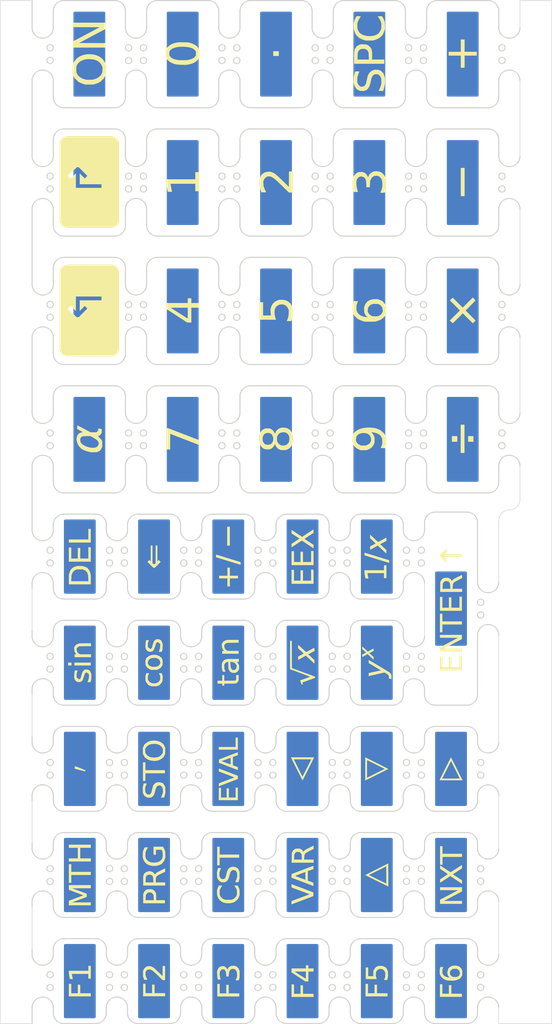
<source format=kicad_pcb>
(kicad_pcb (version 20241229) (generator "pcbnew") (generator_version "9.0")
  (layers (0 "F.Cu" signal) (2 "B.Cu" signal) (13 "F.Paste" user) (15 "B.Paste" user) (5 "F.SilkS" user "F.Silkscreen") (7 "B.SilkS" user "B.Silkscreen") (1 "F.Mask" user) (3 "B.Mask" user) (25 "Edge.Cuts" user))
  (net 0 "")
  (footprint "latex_text" (layer "F.Cu") (at 63.5 92.4)
    (property "Reference" "latex_text" (hide yes))
    (property "Value" "G***" (hide yes))
  )
  (footprint "latex_text" (layer "F.Cu") (at 42.5 122.4)
    (property "Reference" "latex_text" (hide yes))
    (property "Value" "G***" (hide yes))
  )
  (footprint "latex_text" (layer "F.Cu") (at 61 81.3)
    (property "Reference" "latex_text" (hide yes))
    (property "Value" "G***" (hide yes))
  )
  (footprint "latex_text" (layer "F.Cu") (at 43.4 69.2)
    (property "Reference" "latex_text" (hide yes))
    (property "Value" "G***" (hide yes))
  )
  (footprint "latex_text" (layer "F.Cu") (at 56.5 132.4)
    (property "Reference" "latex_text" (hide yes))
    (property "Value" "G***" (hide yes))
  )
  (footprint "latex_text" (layer "F.Cu") (at 69.8 69.2)
    (property "Reference" "latex_text" (hide yes))
    (property "Value" "G***" (hide yes))
  )
  (footprint "latex_text" (layer "F.Cu") (at 42.5 112.4)
    (property "Reference" "latex_text" (hide yes))
    (property "Value" "G***" (hide yes))
  )
  (footprint "latex_text" (layer "F.Cu") (at 78.6 45)
    (property "Reference" "latex_text" (hide yes))
    (property "Value" "G***" (hide yes))
  )
  (footprint "latex_text" (layer "F.Cu") (at 42.5 92.4)
    (property "Reference" "latex_text" (hide yes))
    (property "Value" "G***" (hide yes))
  )
  (footprint "latex_text" (layer "F.Cu") (at 61 57.1)
    (property "Reference" "latex_text" (hide yes))
    (property "Value" "G***" (hide yes))
  )
  (footprint "latex_text" (layer "F.Cu") (at 77.5 112.4)
    (property "Reference" "latex_text" (hide yes))
    (property "Value" "G***" (hide yes))
  )
  (footprint "latex_text" (layer "F.Cu") (at 70.5 132.4)
    (property "Reference" "latex_text" (hide yes))
    (property "Value" "G***" (hide yes))
  )
  (footprint "latex_text" (layer "F.Cu") (at 70.5 112.4)
    (property "Reference" "latex_text" (hide yes))
    (property "Value" "G***" (hide yes))
  )
  (footprint "latex_text" (layer "F.Cu") (at 52.2 45)
    (property "Reference" "latex_text" (hide yes))
    (property "Value" "G***" (hide yes))
  )
  (footprint "latex_text" (layer "F.Cu") (at 61 69.2)
    (property "Reference" "latex_text" (hide yes))
    (property "Value" "G***" (hide yes))
  )
  (footprint "latex_text" (layer "F.Cu") (at 78.6 81.3)
    (property "Reference" "latex_text" (hide yes))
    (property "Value" "G***" (hide yes))
  )
  (footprint "latex_text" (layer "F.Cu") (at 63.5 112.4)
    (property "Reference" "latex_text" (hide yes))
    (property "Value" "G***" (hide yes))
  )
  (footprint "latex_text" (layer "F.Cu") (at 56.5 112.4)
    (property "Reference" "latex_text" (hide yes))
    (property "Value" "G***" (hide yes))
  )
  (footprint "latex_text" (layer "F.Cu") (at 77.5 122.4)
    (property "Reference" "latex_text" (hide yes))
    (property "Value" "G***" (hide yes))
  )
  (footprint "latex_text" (layer "F.Cu") (at 69.8 45)
    (property "Reference" "latex_text" (hide yes))
    (property "Value" "G***" (hide yes))
  )
  (footprint "latex_text" (layer "F.Cu") (at 70.5 102.4)
    (property "Reference" "latex_text" (hide yes))
    (property "Value" "G***" (hide yes))
  )
  (footprint "latex_text" (layer "F.Cu") (at 78.6 69.2)
    (property "Reference" "latex_text" (hide yes))
    (property "Value" "G***" (hide yes))
  )
  (footprint "latex_text" (layer "F.Cu") (at 52.2 57.1)
    (property "Reference" "latex_text" (hide yes))
    (property "Value" "G***" (hide yes))
  )
  (footprint "latex_text" (layer "F.Cu") (at 49.5 132.4)
    (property "Reference" "latex_text" (hide yes))
    (property "Value" "G***" (hide yes))
  )
  (footprint "latex_text" (layer "F.Cu") (at 56.5 122.4)
    (property "Reference" "latex_text" (hide yes))
    (property "Value" "G***" (hide yes))
  )
  (footprint "latex_text" (layer "F.Cu") (at 43.4 81.3)
    (property "Reference" "latex_text" (hide yes))
    (property "Value" "G***" (hide yes))
  )
  (footprint "latex_text" (layer "F.Cu") (at 63.5 132.4)
    (property "Reference" "latex_text" (hide yes))
    (property "Value" "G***" (hide yes))
  )
  (footprint "latex_text" (layer "F.Cu") (at 63.5 102.4)
    (property "Reference" "latex_text" (hide yes))
    (property "Value" "G***" (hide yes))
  )
  (footprint "latex_text" (layer "F.Cu") (at 77.5 97.4)
    (property "Reference" "latex_text" (hide yes))
    (property "Value" "G***" (hide yes))
  )
  (footprint "latex_text" (layer "F.Cu") (at 69.8 57.1)
    (property "Reference" "latex_text" (hide yes))
    (property "Value" "G***" (hide yes))
  )
  (footprint "latex_text" (layer "F.Cu") (at 70.5 122.4)
    (property "Reference" "latex_text" (hide yes))
    (property "Value" "G***" (hide yes))
  )
  (footprint "latex_text" (layer "F.Cu") (at 70.5 92.4)
    (property "Reference" "latex_text" (hide yes))
    (property "Value" "G***" (hide yes))
  )
  (footprint "latex_text" (layer "F.Cu") (at 52.2 69.2)
    (property "Reference" "latex_text" (hide yes))
    (property "Value" "G***" (hide yes))
  )
  (footprint "latex_text" (layer "F.Cu") (at 63.5 122.4)
    (property "Reference" "latex_text" (hide yes))
    (property "Value" "G***" (hide yes))
  )
  (footprint "latex_text" (layer "F.Cu") (at 42.5 132.4)
    (property "Reference" "latex_text" (hide yes))
    (property "Value" "G***" (hide yes))
  )
  (footprint "latex_text" (layer "F.Cu") (at 43.4 57.1)
    (property "Reference" "latex_text" (hide yes))
    (property "Value" "G***" (hide yes))
  )
  (footprint "latex_text" (layer "F.Cu") (at 61 45)
    (property "Reference" "latex_text" (hide yes))
    (property "Value" "G***" (hide yes))
  )
  (footprint "latex_text" (layer "F.Cu") (at 77.5 132.4)
    (property "Reference" "latex_text" (hide yes))
    (property "Value" "G***" (hide yes))
  )
  (footprint "latex_text" (layer "F.Cu") (at 49.5 112.4)
    (property "Reference" "latex_text" (hide yes))
    (property "Value" "G***" (hide yes))
  )
  (footprint "latex_text" (layer "F.Cu") (at 49.5 122.4)
    (property "Reference" "latex_text" (hide yes))
    (property "Value" "G***" (hide yes))
  )
  (footprint "latex_text" (layer "F.Cu") (at 56.5 92.4)
    (property "Reference" "latex_text" (hide yes))
    (property "Value" "G***" (hide yes))
  )
  (footprint "latex_text" (layer "F.Cu") (at 43.4 45)
    (property "Reference" "latex_text" (hide yes))
    (property "Value" "G***" (hide yes))
  )
  (footprint "latex_text" (layer "F.Cu") (at 49.5 92.4)
    (property "Reference" "latex_text" (hide yes))
    (property "Value" "G***" (hide yes))
  )
  (footprint "latex_text" (layer "F.Cu") (at 52.2 81.3)
    (property "Reference" "latex_text" (hide yes))
    (property "Value" "G***" (hide yes))
  )
  (footprint "latex_text" (layer "F.Cu") (at 49.5 102.4)
    (property "Reference" "latex_text" (hide yes))
    (property "Value" "G***" (hide yes))
  )
  (footprint "latex_text" (layer "F.Cu") (at 78.6 57.1)
    (property "Reference" "latex_text" (hide yes))
    (property "Value" "G***" (hide yes))
  )
  (footprint "latex_text" (layer "F.Cu") (at 42.5 102.4)
    (property "Reference" "latex_text" (hide yes))
    (property "Value" "G***" (hide yes))
  )
  (footprint "latex_text" (layer "F.Cu") (at 56.5 102.4)
    (property "Reference" "latex_text" (hide yes))
    (property "Value" "G***" (hide yes))
  )
  (footprint "latex_text" (layer "F.Cu") (at 69.8 81.3)
    (property "Reference" "latex_text" (hide yes))
    (property "Value" "G***" (hide yes))
  )
  (gr_circle (center 73.5 80.75) (end 73.5 81.05) (stroke (width 0.1)) (fill no) (layer "Edge.Cuts"))
  (gr_circle (center 73.3 133) (end 73.3 133.299999) (stroke (width 0.1)) (fill no) (layer "Edge.Cuts"))
  (gr_line (start 41 76.3) (end 45.8 76.3) (stroke (width 0.1)) (layer "Edge.Cuts"))
  (gr_arc (start 82 85.4) (mid 81.707107 86.107107) (end 81 86.4) (stroke (width 0.1)) (layer "Edge.Cuts"))
  (gr_arc (start 74.2 79.85) (mid 73.492893 79.557107) (end 73.2 78.85) (stroke (width 0.1)) (layer "Edge.Cuts"))
  (gr_line (start 48.799999 61.2) (end 48.799999 59.65) (stroke (width 0.1)) (layer "Edge.Cuts"))
  (gr_line (start 84 42.55) (end 84 40) (stroke (width 0.05)) (layer "Edge.Cuts"))
  (gr_arc (start 61 89.4) (mid 61.292893 88.692893) (end 62 88.4) (stroke (width 0.1)) (layer "Edge.Cuts"))
  (gr_circle (center 39.7 81.949999) (end 39.7 82.249999) (stroke (width 0.1)) (fill no) (layer "Edge.Cuts"))
  (gr_circle (center 39.7 56.55) (end 39.7 56.849999) (stroke (width 0.1)) (fill no) (layer "Edge.Cuts"))
  (gr_circle (center 82.3 45.65) (end 82.3 45.949999) (stroke (width 0.1)) (fill no) (layer "Edge.Cuts"))
  (gr_circle (center 48.5 56.55) (end 48.5 56.849999) (stroke (width 0.1)) (fill no) (layer "Edge.Cuts"))
  (gr_line (start 55 118.4) (end 58 118.4) (stroke (width 0.1)) (layer "Edge.Cuts"))
  (gr_arc (start 59 135.4) (mid 58.707107 136.107107) (end 58 136.4) (stroke (width 0.1)) (layer "Edge.Cuts"))
  (gr_circle (center 46.7 93) (end 46.7 93.3) (stroke (width 0.1)) (fill no) (layer "Edge.Cuts"))
  (gr_arc (start 72 128.4) (mid 72.707107 128.692893) (end 73 129.4) (stroke (width 0.1)) (layer "Edge.Cuts"))
  (gr_arc (start 83 79.85) (mid 82.292893 79.557107) (end 82 78.85) (stroke (width 0.1)) (layer "Edge.Cuts"))
  (gr_circle (center 53.7 112.999999) (end 53.7 113.299999) (stroke (width 0.1)) (fill no) (layer "Edge.Cuts"))
  (gr_line (start 80 125.4) (end 80 124.9) (stroke (width 0.1)) (layer "Edge.Cuts"))
  (gr_circle (center 73.3 101.8) (end 73.3 102.099999) (stroke (width 0.1)) (fill no) (layer "Edge.Cuts"))
  (gr_arc (start 45 105.4) (mid 44.707107 106.107107) (end 44 106.4) (stroke (width 0.1)) (layer "Edge.Cuts"))
  (gr_line (start 66.4 49.1) (end 66.4 47.55) (stroke (width 0.1)) (layer "Edge.Cuts"))
  (gr_arc (start 38 47.55) (mid 38.292893 46.842893) (end 39 46.55) (stroke (width 0.1)) (layer "Edge.Cuts"))
  (gr_line (start 59 95.4) (end 59 94.9) (stroke (width 0.1)) (layer "Edge.Cuts"))
  (gr_circle (center 74.9 44.449999) (end 74.9 44.749999) (stroke (width 0.1)) (fill no) (layer "Edge.Cuts"))
  (gr_circle (center 80.3 97.9) (end 80.3 98.2) (stroke (width 0.1)) (fill no) (layer "Edge.Cuts"))
  (gr_line (start 75 129.4) (end 75 129.9) (stroke (width 0.1)) (layer "Edge.Cuts"))
  (gr_arc (start 46 120.9) (mid 45.292893 120.607107) (end 45 119.9) (stroke (width 0.1)) (layer "Edge.Cuts"))
  (gr_line (start 66.4 61.2) (end 66.4 59.65) (stroke (width 0.1)) (layer "Edge.Cuts"))
  (gr_arc (start 75.2 66.75) (mid 74.907107 67.457107) (end 74.2 67.75) (stroke (width 0.1)) (layer "Edge.Cuts"))
  (gr_arc (start 65.4 58.65) (mid 66.107107 58.942893) (end 66.4 59.65) (stroke (width 0.1)) (layer "Edge.Cuts"))
  (gr_arc (start 54 109.9) (mid 53.707107 110.607107) (end 53 110.9) (stroke (width 0.1)) (layer "Edge.Cuts"))
  (gr_arc (start 74 103.9) (mid 74.707107 104.192893) (end 75 104.9) (stroke (width 0.1)) (layer "Edge.Cuts"))
  (gr_arc (start 73.2 59.65) (mid 73.492893 58.942893) (end 74.2 58.65) (stroke (width 0.1)) (layer "Edge.Cuts"))
  (gr_arc (start 80 134.9) (mid 80.292893 134.192893) (end 81 133.9) (stroke (width 0.1)) (layer "Edge.Cuts"))
  (gr_arc (start 40 109.4) (mid 40.292893 108.692893) (end 41 108.4) (stroke (width 0.1)) (layer "Edge.Cuts"))
  (gr_line (start 72 126.4) (end 69 126.4) (stroke (width 0.1)) (layer "Edge.Cuts"))
  (gr_arc (start 80 105.4) (mid 79.707107 106.107107) (end 79 106.4) (stroke (width 0.1)) (layer "Edge.Cuts"))
  (gr_arc (start 46.8 47.55) (mid 47.092893 46.842893) (end 47.8 46.55) (stroke (width 0.1)) (layer "Edge.Cuts"))
  (gr_line (start 66.4 53.1) (end 66.4 54.65) (stroke (width 0.1)) (layer "Edge.Cuts"))
  (gr_circle (center 66.3 101.8) (end 66.3 102.099999) (stroke (width 0.1)) (fill no) (layer "Edge.Cuts"))
  (gr_line (start 66.4 77.3) (end 66.4 78.85) (stroke (width 0.1)) (layer "Edge.Cuts"))
  (gr_circle (center 66.3 123) (end 66.3 123.299999) (stroke (width 0.1)) (fill no) (layer "Edge.Cuts"))
  (gr_circle (center 59.3 101.8) (end 59.3 102.099999) (stroke (width 0.1)) (fill no) (layer "Edge.Cuts"))
  (gr_line (start 55 98.4) (end 58 98.4) (stroke (width 0.1)) (layer "Edge.Cuts"))
  (gr_line (start 47 105.4) (end 47 104.9) (stroke (width 0.1)) (layer "Edge.Cuts"))
  (gr_arc (start 73 125.4) (mid 72.707107 126.107107) (end 72 126.4) (stroke (width 0.1)) (layer "Edge.Cuts"))
  (gr_line (start 51 136.4) (end 48 136.4) (stroke (width 0.1)) (layer "Edge.Cuts"))
  (gr_circle (center 60.7 93) (end 60.7 93.3) (stroke (width 0.1)) (fill no) (layer "Edge.Cuts"))
  (gr_line (start 51 116.4) (end 48 116.4) (stroke (width 0.1)) (layer "Edge.Cuts"))
  (gr_line (start 82 85.4) (end 82 83.85) (stroke (width 0.1)) (layer "Edge.Cuts"))
  (gr_arc (start 67.4 50.1) (mid 66.692893 49.807107) (end 66.4 49.1) (stroke (width 0.1)) (layer "Edge.Cuts"))
  (gr_circle (center 82.3 56.55) (end 82.3 56.849999) (stroke (width 0.1)) (fill no) (layer "Edge.Cuts"))
  (gr_circle (center 73.3 123) (end 73.3 123.299999) (stroke (width 0.1)) (fill no) (layer "Edge.Cuts"))
  (gr_line (start 45 99.4) (end 45 99.9) (stroke (width 0.1)) (layer "Edge.Cuts"))
  (gr_arc (start 45 94.9) (mid 45.292893 94.192893) (end 46 93.9) (stroke (width 0.1)) (layer "Edge.Cuts"))
  (gr_line (start 87 40) (end 87 136.4) (stroke (width 0.05)) (layer "Edge.Cuts"))
  (gr_line (start 51 96.4) (end 48 96.4) (stroke (width 0.1)) (layer "Edge.Cuts"))
  (gr_circle (center 47.099999 81.949999) (end 47.099999 82.249999) (stroke (width 0.1)) (fill no) (layer "Edge.Cuts"))
  (gr_arc (start 65.4 67.75) (mid 64.692893 67.457107) (end 64.4 66.75) (stroke (width 0.1)) (layer "Edge.Cuts"))
  (gr_arc (start 72 88.4) (mid 72.707107 88.692893) (end 73 89.4) (stroke (width 0.1)) (layer "Edge.Cuts"))
  (gr_line (start 64.4 65.2) (end 64.4 66.75) (stroke (width 0.1)) (layer "Edge.Cuts"))
  (gr_line (start 59 105.4) (end 59 104.9) (stroke (width 0.1)) (layer "Edge.Cuts"))
  (gr_circle (center 52.3 91.8) (end 52.3 92.099999) (stroke (width 0.1)) (fill no) (layer "Edge.Cuts"))
  (gr_arc (start 41 50.1) (mid 40.292893 49.807107) (end 40 49.1) (stroke (width 0.1)) (layer "Edge.Cuts"))
  (gr_arc (start 66.4 77.3) (mid 66.692893 76.592893) (end 67.4 76.3) (stroke (width 0.1)) (layer "Edge.Cuts"))
  (gr_arc (start 64.4 71.75) (mid 64.692893 71.042893) (end 65.4 70.75) (stroke (width 0.1)) (layer "Edge.Cuts"))
  (gr_circle (center 48.5 69.85) (end 48.5 70.149999) (stroke (width 0.1)) (fill no) (layer "Edge.Cuts"))
  (gr_line (start 82 134.9) (end 82 136.4) (stroke (width 0.05)) (layer "Edge.Cuts"))
  (gr_arc (start 82 89) (mid 82.292893 88.292893) (end 83 88) (stroke (width 0.05)) (layer "Edge.Cuts"))
  (gr_circle (center 59.3 131.8) (end 59.3 132.1) (stroke (width 0.1)) (fill no) (layer "Edge.Cuts"))
  (gr_arc (start 84 87) (mid 83.707107 87.707107) (end 83 88) (stroke (width 0.05)) (layer "Edge.Cuts"))
  (gr_circle (center 60.7 131.8) (end 60.7 132.1) (stroke (width 0.1)) (fill no) (layer "Edge.Cuts"))
  (gr_line (start 59 99.4) (end 59 99.9) (stroke (width 0.1)) (layer "Edge.Cuts"))
  (gr_circle (center 47.099999 68.65) (end 47.099999 68.95) (stroke (width 0.1)) (fill no) (layer "Edge.Cuts"))
  (gr_arc (start 38 71.75) (mid 38.292893 71.042893) (end 39 70.75) (stroke (width 0.1)) (layer "Edge.Cuts"))
  (gr_line (start 59 129.4) (end 59 129.9) (stroke (width 0.1)) (layer "Edge.Cuts"))
  (gr_line (start 73 109.4) (end 73 109.9) (stroke (width 0.1)) (layer "Edge.Cuts"))
  (gr_arc (start 75 119.4) (mid 75.292893 118.692893) (end 76 118.4) (stroke (width 0.1)) (layer "Edge.Cuts"))
  (gr_line (start 72.2 74.3) (end 67.4 74.3) (stroke (width 0.1)) (layer "Edge.Cuts"))
  (gr_arc (start 39 70.75) (mid 39.707107 71.042893) (end 40 71.75) (stroke (width 0.1)) (layer "Edge.Cuts"))
  (gr_arc (start 59 114.9) (mid 59.292893 114.192893) (end 60 113.9) (stroke (width 0.1)) (layer "Edge.Cuts"))
  (gr_circle (center 80.3 133) (end 80.3 133.299999) (stroke (width 0.1)) (fill no) (layer "Edge.Cuts"))
  (gr_circle (center 59.3 123) (end 59.3 123.299999) (stroke (width 0.1)) (fill no) (layer "Edge.Cuts"))
  (gr_circle (center 66.1 69.85) (end 66.1 70.149999) (stroke (width 0.1)) (fill no) (layer "Edge.Cuts"))
  (gr_arc (start 54 129.9) (mid 53.707107 130.607107) (end 53 130.9) (stroke (width 0.1)) (layer "Edge.Cuts"))
  (gr_arc (start 74.2 46.55) (mid 74.907107 46.842893) (end 75.2 47.55) (stroke (width 0.1)) (layer "Edge.Cuts"))
  (gr_arc (start 73 105.4) (mid 72.707107 106.107107) (end 72 106.4) (stroke (width 0.1)) (layer "Edge.Cuts"))
  (gr_line (start 46.8 53.1) (end 46.8 54.65) (stroke (width 0.1)) (layer "Edge.Cuts"))
  (gr_arc (start 81 76.3) (mid 81.707107 76.592893) (end 82 77.3) (stroke (width 0.1)) (layer "Edge.Cuts"))
  (gr_arc (start 63.4 52.1) (mid 64.107107 52.392893) (end 64.4 53.1) (stroke (width 0.1)) (layer "Edge.Cuts"))
  (gr_arc (start 59 105.4) (mid 58.707107 106.107107) (end 58 106.4) (stroke (width 0.1)) (layer "Edge.Cuts"))
  (gr_line (start 40 61.2) (end 40 59.65) (stroke (width 0.1)) (layer "Edge.Cuts"))
  (gr_arc (start 81 133.9) (mid 81.707107 134.192893) (end 82 134.9) (stroke (width 0.1)) (layer "Edge.Cuts"))
  (gr_arc (start 80 114.9) (mid 80.292893 114.192893) (end 81 113.9) (stroke (width 0.1)) (layer "Edge.Cuts"))
  (gr_arc (start 38 94.9) (mid 38.292893 94.192893) (end 39 93.9) (stroke (width 0.1)) (layer "Edge.Cuts"))
  (gr_circle (center 80.3 111.8) (end 80.3 112.099999) (stroke (width 0.1)) (fill no) (layer "Edge.Cuts"))
  (gr_arc (start 66.4 53.1) (mid 66.692893 52.392893) (end 67.4 52.1) (stroke (width 0.1)) (layer "Edge.Cuts"))
  (gr_circle (center 52.3 133) (end 52.3 133.299999) (stroke (width 0.1)) (fill no) (layer "Edge.Cuts"))
  (gr_line (start 73 129.4) (end 73 129.9) (stroke (width 0.1)) (layer "Edge.Cuts"))
  (gr_line (start 54.599999 62.2) (end 49.799999 62.2) (stroke (width 0.1)) (layer "Edge.Cuts"))
  (gr_line (start 49.799999 64.2) (end 54.599999 64.2) (stroke (width 0.1)) (layer "Edge.Cuts"))
  (gr_circle (center 55.899999 68.65) (end 55.899999 68.95) (stroke (width 0.1)) (fill no) (layer "Edge.Cuts"))
  (gr_arc (start 74.2 67.75) (mid 73.492893 67.457107) (end 73.2 66.75) (stroke (width 0.1)) (layer "Edge.Cuts"))
  (gr_arc (start 51 108.4) (mid 51.707107 108.692893) (end 52 109.4) (stroke (width 0.1)) (layer "Edge.Cuts"))
  (gr_line (start 75 89.2) (end 75 89.9) (stroke (width 0.1)) (layer "Edge.Cuts"))
  (gr_line (start 55.599999 49.1) (end 55.599999 47.55) (stroke (width 0.1)) (layer "Edge.Cuts"))
  (gr_arc (start 48 106.4) (mid 47.292893 106.107107) (end 47 105.4) (stroke (width 0.1)) (layer "Edge.Cuts"))
  (gr_circle (center 74.7 101.8) (end 74.7 102.099999) (stroke (width 0.1)) (fill no) (layer "Edge.Cuts"))
  (gr_arc (start 65 108.4) (mid 65.707107 108.692893) (end 66 109.4) (stroke (width 0.1)) (layer "Edge.Cuts"))
  (gr_arc (start 79 128.4) (mid 79.707107 128.692893) (end 80 129.4) (stroke (width 0.1)) (layer "Edge.Cuts"))
  (gr_line (start 84 83.85) (end 84 87) (stroke (width 0.05)) (layer "Edge.Cuts"))
  (gr_arc (start 60 93.9) (mid 60.707107 94.192893) (end 61 94.9) (stroke (width 0.1)) (layer "Edge.Cuts"))
  (gr_arc (start 60 103.9) (mid 60.707107 104.192893) (end 61 104.9) (stroke (width 0.1)) (layer "Edge.Cuts"))
  (gr_arc (start 73.2 85.4) (mid 72.907107 86.107107) (end 72.2 86.4) (stroke (width 0.1)) (layer "Edge.Cuts"))
  (gr_line (start 48.799999 77.3) (end 48.799999 78.85) (stroke (width 0.1)) (layer "Edge.Cuts"))
  (gr_line (start 47 99.4) (end 47 99.9) (stroke (width 0.1)) (layer "Edge.Cuts"))
  (gr_arc (start 54.599999 64.2) (mid 55.307106 64.492893) (end 55.599999 65.2) (stroke (width 0.1)) (layer "Edge.Cuts"))
  (gr_circle (center 45.3 101.8) (end 45.3 102.099999) (stroke (width 0.1)) (fill no) (layer "Edge.Cuts"))
  (gr_circle (center 80.3 121.8) (end 80.3 122.1) (stroke (width 0.1)) (fill no) (layer "Edge.Cuts"))
  (gr_circle (center 73.3 121.8) (end 73.3 122.1) (stroke (width 0.1)) (fill no) (layer "Edge.Cuts"))
  (gr_line (start 72 106.4) (end 69 106.4) (stroke (width 0.1)) (layer "Edge.Cuts"))
  (gr_line (start 65 116.4) (end 62 116.4) (stroke (width 0.1)) (layer "Edge.Cuts"))
  (gr_line (start 75 94.9) (end 75 99.9) (stroke (width 0.05)) (layer "Edge.Cuts"))
  (gr_arc (start 53 110.9) (mid 52.292893 110.607107) (end 52 109.9) (stroke (width 0.1)) (layer "Edge.Cuts"))
  (gr_arc (start 61 89.9) (mid 60.707107 90.607107) (end 60 90.9) (stroke (width 0.1)) (layer "Edge.Cuts"))
  (gr_line (start 82 114.9) (end 82 119.9) (stroke (width 0.05)) (layer "Edge.Cuts"))
  (gr_arc (start 48.799999 78.85) (mid 48.507106 79.557107) (end 47.799999 79.85) (stroke (width 0.1)) (layer "Edge.Cuts"))
  (gr_line (start 46.8 85.4) (end 46.8 83.85) (stroke (width 0.1)) (layer "Edge.Cuts"))
  (gr_line (start 81 62.2) (end 76.2 62.2) (stroke (width 0.1)) (layer "Edge.Cuts"))
  (gr_line (start 51 106.4) (end 48 106.4) (stroke (width 0.1)) (layer "Edge.Cuts"))
  (gr_line (start 61 89.4) (end 61 89.9) (stroke (width 0.1)) (layer "Edge.Cuts"))
  (gr_arc (start 47 109.9) (mid 46.707107 110.607107) (end 46 110.9) (stroke (width 0.1)) (layer "Edge.Cuts"))
  (gr_arc (start 68 99.9) (mid 67.707107 100.607107) (end 67 100.9) (stroke (width 0.1)) (layer "Edge.Cuts"))
  (gr_line (start 38 136.4) (end 38 134.9) (stroke (width 0.1)) (layer "Edge.Cuts"))
  (gr_arc (start 79 108.4) (mid 79.707107 108.692893) (end 80 109.4) (stroke (width 0.1)) (layer "Edge.Cuts"))
  (gr_arc (start 82 109.9) (mid 81.707107 110.607107) (end 81 110.9) (stroke (width 0.1)) (layer "Edge.Cuts"))
  (gr_circle (center 64.7 80.75) (end 64.7 81.05) (stroke (width 0.1)) (fill no) (layer "Edge.Cuts"))
  (gr_arc (start 47 99.4) (mid 47.292893 98.692893) (end 48 98.4) (stroke (width 0.1)) (layer "Edge.Cuts"))
  (gr_arc (start 53 103.9) (mid 53.707107 104.192893) (end 54 104.9) (stroke (width 0.1)) (layer "Edge.Cuts"))
  (gr_arc (start 75.2 77.3) (mid 75.492893 76.592893) (end 76.2 76.3) (stroke (width 0.1)) (layer "Edge.Cuts"))
  (gr_arc (start 54 119.4) (mid 54.292893 118.692893) (end 55 118.4) (stroke (width 0.1)) (layer "Edge.Cuts"))
  (gr_arc (start 56.599999 67.75) (mid 55.892892 67.457107) (end 55.599999 66.75) (stroke (width 0.1)) (layer "Edge.Cuts"))
  (gr_line (start 62 128.4) (end 65 128.4) (stroke (width 0.1)) (layer "Edge.Cuts"))
  (gr_arc (start 41 106.4) (mid 40.292893 106.107107) (end 40 105.4) (stroke (width 0.1)) (layer "Edge.Cuts"))
  (gr_line (start 47 135.4) (end 47 134.9) (stroke (width 0.1)) (layer "Edge.Cuts"))
  (gr_arc (start 40 41) (mid 40.292893 40.292893) (end 41 40) (stroke (width 0.1)) (layer "Edge.Cuts"))
  (gr_circle (center 67.7 133) (end 67.7 133.299999) (stroke (width 0.1)) (fill no) (layer "Edge.Cuts"))
  (gr_line (start 47 109.4) (end 47 109.9) (stroke (width 0.1)) (layer "Edge.Cuts"))
  (gr_line (start 40 105.4) (end 40 104.9) (stroke (width 0.1)) (layer "Edge.Cuts"))
  (gr_arc (start 55 96.4) (mid 54.292893 96.107107) (end 54 95.4) (stroke (width 0.1)) (layer "Edge.Cuts"))
  (gr_circle (center 60.7 121.8) (end 60.7 122.1) (stroke (width 0.1)) (fill no) (layer "Edge.Cuts"))
  (gr_arc (start 47 109.4) (mid 47.292893 108.692893) (end 48 108.4) (stroke (width 0.1)) (layer "Edge.Cuts"))
  (gr_arc (start 83 70.75) (mid 83.707107 71.042893) (end 84 71.75) (stroke (width 0.1)) (layer "Edge.Cuts"))
  (gr_line (start 65 96.4) (end 62 96.4) (stroke (width 0.1)) (layer "Edge.Cuts"))
  (gr_arc (start 55.599999 73.3) (mid 55.307106 74.007107) (end 54.599999 74.3) (stroke (width 0.1)) (layer "Edge.Cuts"))
  (gr_circle (center 74.9 56.55) (end 74.9 56.849999) (stroke (width 0.1)) (fill no) (layer "Edge.Cuts"))
  (gr_circle (center 47.099999 69.85) (end 47.099999 70.149999) (stroke (width 0.1)) (fill no) (layer "Edge.Cuts"))
  (gr_arc (start 61 119.4) (mid 61.292893 118.692893) (end 62 118.4) (stroke (width 0.1)) (layer "Edge.Cuts"))
  (gr_circle (center 64.7 56.55) (end 64.7 56.849999) (stroke (width 0.1)) (fill no) (layer "Edge.Cuts"))
  (gr_line (start 72 96.4) (end 69 96.4) (stroke (width 0.1)) (layer "Edge.Cuts"))
  (gr_arc (start 84 42.55) (mid 83.707107 43.257107) (end 83 43.55) (stroke (width 0.1)) (layer "Edge.Cuts"))
  (gr_line (start 52 89.4) (end 52 89.9) (stroke (width 0.1)) (layer "Edge.Cuts"))
  (gr_arc (start 59 104.9) (mid 59.292893 104.192893) (end 60 103.9) (stroke (width 0.1)) (layer "Edge.Cuts"))
  (gr_line (start 75 125.4) (end 75 124.9) (stroke (width 0.1)) (layer "Edge.Cuts"))
  (gr_circle (center 73.3 91.8) (end 73.3 92.099999) (stroke (width 0.1)) (fill no) (layer "Edge.Cuts"))
  (gr_arc (start 76 116.4) (mid 75.292893 116.107107) (end 75 115.4) (stroke (width 0.1)) (layer "Edge.Cuts"))
  (gr_arc (start 82 83.85) (mid 82.292893 83.142893) (end 83 82.85) (stroke (width 0.1)) (layer "Edge.Cuts"))
  (gr_line (start 48 128.4) (end 51 128.4) (stroke (width 0.1)) (layer "Edge.Cuts"))
  (gr_line (start 68 119.4) (end 68 119.9) (stroke (width 0.1)) (layer "Edge.Cuts"))
  (gr_line (start 73 135.4) (end 73 134.9) (stroke (width 0.1)) (layer "Edge.Cuts"))
  (gr_line (start 81 86.4) (end 76.2 86.4) (stroke (width 0.1)) (layer "Edge.Cuts"))
  (gr_arc (start 60 110.9) (mid 59.292893 110.607107) (end 59 109.9) (stroke (width 0.1)) (layer "Edge.Cuts"))
  (gr_line (start 55.599999 41) (end 55.599999 42.55) (stroke (width 0.1)) (layer "Edge.Cuts"))
  (gr_arc (start 67 110.9) (mid 66.292893 110.607107) (end 66 109.9) (stroke (width 0.1)) (layer "Edge.Cuts"))
  (gr_line (start 73.2 77.3) (end 73.2 78.85) (stroke (width 0.1)) (layer "Edge.Cuts"))
  (gr_circle (center 46.7 101.8) (end 46.7 102.099999) (stroke (width 0.1)) (fill no) (layer "Edge.Cuts"))
  (gr_arc (start 55.599999 85.4) (mid 55.307106 86.107107) (end 54.599999 86.4) (stroke (width 0.1)) (layer "Edge.Cuts"))
  (gr_line (start 47 89.4) (end 47 89.9) (stroke (width 0.1)) (layer "Edge.Cuts"))
  (gr_arc (start 66 135.4) (mid 65.707107 136.107107) (end 65 136.4) (stroke (width 0.1)) (layer "Edge.Cuts"))
  (gr_arc (start 76 136.4) (mid 75.292893 136.107107) (end 75 135.4) (stroke (width 0.1)) (layer "Edge.Cuts"))
  (gr_circle (center 59.3 93) (end 59.3 93.3) (stroke (width 0.1)) (fill no) (layer "Edge.Cuts"))
  (gr_circle (center 55.899999 56.55) (end 55.899999 56.849999) (stroke (width 0.1)) (fill no) (layer "Edge.Cuts"))
  (gr_arc (start 67 120.9) (mid 66.292893 120.607107) (end 66 119.9) (stroke (width 0.1)) (layer "Edge.Cuts"))
  (gr_line (start 54 119.4) (end 54 119.9) (stroke (width 0.1)) (layer "Edge.Cuts"))
  (gr_line (start 48.799999 49.1) (end 48.799999 47.55) (stroke (width 0.1)) (layer "Edge.Cuts"))
  (gr_arc (start 45.8 52.1) (mid 46.507107 52.392893) (end 46.8 53.1) (stroke (width 0.1)) (layer "Edge.Cuts"))
  (gr_circle (center 48.5 80.75) (end 48.5 81.05) (stroke (width 0.1)) (fill no) (layer "Edge.Cuts"))
  (gr_line (start 55.599999 73.3) (end 55.599999 71.75) (stroke (width 0.1)) (layer "Edge.Cuts"))
  (gr_arc (start 39 82.85) (mid 39.707107 83.142893) (end 40 83.85) (stroke (width 0.1)) (layer "Edge.Cuts"))
  (gr_circle (center 52.3 101.8) (end 52.3 102.099999) (stroke (width 0.1)) (fill no) (layer "Edge.Cuts"))
  (gr_line (start 41 118.4) (end 44 118.4) (stroke (width 0.1)) (layer "Edge.Cuts"))
  (gr_circle (center 45.3 111.8) (end 45.3 112.099999) (stroke (width 0.1)) (fill no) (layer "Edge.Cuts"))
  (gr_arc (start 58 88.4) (mid 58.707107 88.692893) (end 59 89.4) (stroke (width 0.1)) (layer "Edge.Cuts"))
  (gr_arc (start 74 110.9) (mid 73.292893 110.607107) (end 73 109.9) (stroke (width 0.1)) (layer "Edge.Cuts"))
  (gr_arc (start 39 133.9) (mid 39.707107 134.192893) (end 40 134.9) (stroke (width 0.1)) (layer "Edge.Cuts"))
  (gr_line (start 75.2 85.4) (end 75.2 83.85) (stroke (width 0.1)) (layer "Edge.Cuts"))
  (gr_line (start 67.4 52.1) (end 72.2 52.1) (stroke (width 0.1)) (layer "Edge.Cuts"))
  (gr_arc (start 45 114.9) (mid 45.292893 114.192893) (end 46 113.9) (stroke (width 0.1)) (layer "Edge.Cuts"))
  (gr_arc (start 57.6 41) (mid 57.892893 40.292893) (end 58.6 40) (stroke (width 0.1)) (layer "Edge.Cuts"))
  (gr_circle (center 80.3 131.8) (end 80.3 132.1) (stroke (width 0.1)) (fill no) (layer "Edge.Cuts"))
  (gr_arc (start 45 125.4) (mid 44.707107 126.107107) (end 44 126.4) (stroke (width 0.1)) (layer "Edge.Cuts"))
  (gr_arc (start 67.4 74.3) (mid 66.692893 74.007107) (end 66.4 73.3) (stroke (width 0.1)) (layer "Edge.Cuts"))
  (gr_line (start 65 126.4) (end 62 126.4) (stroke (width 0.1)) (layer "Edge.Cuts"))
  (gr_arc (start 68 119.9) (mid 67.707107 120.607107) (end 67 120.9) (stroke (width 0.1)) (layer "Edge.Cuts"))
  (gr_arc (start 46 113.9) (mid 46.707107 114.192893) (end 47 114.9) (stroke (width 0.1)) (layer "Edge.Cuts"))
  (gr_line (start 63.4 62.2) (end 58.6 62.2) (stroke (width 0.1)) (layer "Edge.Cuts"))
  (gr_circle (center 45.3 112.999999) (end 45.3 113.299999) (stroke (width 0.1)) (fill no) (layer "Edge.Cuts"))
  (gr_line (start 41 128.4) (end 44 128.4) (stroke (width 0.1)) (layer "Edge.Cuts"))
  (gr_arc (start 51 128.4) (mid 51.707107 128.692893) (end 52 129.4) (stroke (width 0.1)) (layer "Edge.Cuts"))
  (gr_arc (start 57.6 77.3) (mid 57.892893 76.592893) (end 58.6 76.3) (stroke (width 0.1)) (layer "Edge.Cuts"))
  (gr_line (start 61 135.4) (end 61 134.9) (stroke (width 0.1)) (layer "Edge.Cuts"))
  (gr_arc (start 75.2 53.1) (mid 75.492893 52.392893) (end 76.2 52.1) (stroke (width 0.1)) (layer "Edge.Cuts"))
  (gr_line (start 58.6 64.2) (end 63.4 64.2) (stroke (width 0.1)) (layer "Edge.Cuts"))
  (gr_arc (start 40 78.85) (mid 39.707107 79.557107) (end 39 79.85) (stroke (width 0.1)) (layer "Edge.Cuts"))
  (gr_line (start 75 109.4) (end 75 109.9) (stroke (width 0.1)) (layer "Edge.Cuts"))
  (gr_line (start 38 77.3) (end 38 71.75) (stroke (width 0.1)) (layer "Edge.Cuts"))
  (gr_circle (center 57.3 68.65) (end 57.3 68.95) (stroke (width 0.1)) (fill no) (layer "Edge.Cuts"))
  (gr_arc (start 40 89.9) (mid 39.707107 90.607107) (end 39 90.9) (stroke (width 0.1)) (layer "Edge.Cuts"))
  (gr_line (start 73.2 53.1) (end 73.2 54.65) (stroke (width 0.1)) (layer "Edge.Cuts"))
  (gr_line (start 45 115.4) (end 45 114.9) (stroke (width 0.1)) (layer "Edge.Cuts"))
  (gr_line (start 68 115.4) (end 68 114.9) (stroke (width 0.1)) (layer "Edge.Cuts"))
  (gr_arc (start 47.799999 58.65) (mid 48.507106 58.942893) (end 48.799999 59.65) (stroke (width 0.1)) (layer "Edge.Cuts"))
  (gr_line (start 58 126.4) (end 55 126.4) (stroke (width 0.1)) (layer "Edge.Cuts"))
  (gr_line (start 75.2 49.1) (end 75.2 47.55) (stroke (width 0.1)) (layer "Edge.Cuts"))
  (gr_arc (start 48 126.4) (mid 47.292893 126.107107) (end 47 125.4) (stroke (width 0.1)) (layer "Edge.Cuts"))
  (gr_line (start 58 116.4) (end 55 116.4) (stroke (width 0.1)) (layer "Edge.Cuts"))
  (gr_line (start 64.4 77.3) (end 64.4 78.85) (stroke (width 0.1)) (layer "Edge.Cuts"))
  (gr_arc (start 47 129.4) (mid 47.292893 128.692893) (end 48 128.4) (stroke (width 0.1)) (layer "Edge.Cuts"))
  (gr_circle (center 45.3 91.8) (end 45.3 92.099999) (stroke (width 0.1)) (fill no) (layer "Edge.Cuts"))
  (gr_line (start 38 119.4) (end 38 119.9) (stroke (width 0.1)) (layer "Edge.Cuts"))
  (gr_line (start 68 95.4) (end 68 94.9) (stroke (width 0.1)) (layer "Edge.Cuts"))
  (gr_line (start 48.799999 65.2) (end 48.799999 66.75) (stroke (width 0.1)) (layer "Edge.Cuts"))
  (gr_line (start 84 78.85) (end 84 71.75) (stroke (width 0.05)) (layer "Edge.Cuts"))
  (gr_arc (start 39 79.85) (mid 38.292893 79.557107) (end 38 78.85) (stroke (width 0.1)) (layer "Edge.Cuts"))
  (gr_arc (start 58.6 62.2) (mid 57.892893 61.907107) (end 57.6 61.2) (stroke (width 0.1)) (layer "Edge.Cuts"))
  (gr_arc (start 45 95.4) (mid 44.707107 96.107107) (end 44 96.4) (stroke (width 0.1)) (layer "Edge.Cuts"))
  (gr_circle (center 66.3 111.8) (end 66.3 112.099999) (stroke (width 0.1)) (fill no) (layer "Edge.Cuts"))
  (gr_circle (center 46.7 112.999999) (end 46.7 113.299999) (stroke (width 0.1)) (fill no) (layer "Edge.Cuts"))
  (gr_circle (center 39.7 131.8) (end 39.7 132.1) (stroke (width 0.1)) (fill no) (layer "Edge.Cuts"))
  (gr_arc (start 48.799999 41) (mid 49.092892 40.292893) (end 49.799999 40) (stroke (width 0.1)) (layer "Edge.Cuts"))
  (gr_arc (start 46.8 61.2) (mid 46.507107 61.907107) (end 45.8 62.2) (stroke (width 0.1)) (layer "Edge.Cuts"))
  (gr_arc (start 72.2 40) (mid 72.907107 40.292893) (end 73.2 41) (stroke (width 0.1)) (layer "Edge.Cuts"))
  (gr_line (start 54 109.4) (end 54 109.9) (stroke (width 0.1)) (layer "Edge.Cuts"))
  (gr_arc (start 40 53.1) (mid 40.292893 52.392893) (end 41 52.1) (stroke (width 0.1)) (layer "Edge.Cuts"))
  (gr_arc (start 48.799999 53.1) (mid 49.092892 52.392893) (end 49.799999 52.1) (stroke (width 0.1)) (layer "Edge.Cuts"))
  (gr_arc (start 74 100.9) (mid 73.292893 100.607107) (end 73 99.9) (stroke (width 0.1)) (layer "Edge.Cuts"))
  (gr_line (start 75.2 77.3) (end 75.2 78.85) (stroke (width 0.1)) (layer "Edge.Cuts"))
  (gr_line (start 82 65.2) (end 82 66.75) (stroke (width 0.1)) (layer "Edge.Cuts"))
  (gr_line (start 73.2 61.2) (end 73.2 59.65) (stroke (width 0.1)) (layer "Edge.Cuts"))
  (gr_line (start 48 88.4) (end 51 88.4) (stroke (width 0.1)) (layer "Edge.Cuts"))
  (gr_line (start 45.8 62.2) (end 41 62.2) (stroke (width 0.1)) (layer "Edge.Cuts"))
  (gr_arc (start 40 129.9) (mid 39.707107 130.607107) (end 39 130.9) (stroke (width 0.1)) (layer "Edge.Cuts"))
  (gr_arc (start 74 130.9) (mid 73.292893 130.607107) (end 73 129.9) (stroke (width 0.1)) (layer "Edge.Cuts"))
  (gr_line (start 66 89.4) (end 66 89.9) (stroke (width 0.1)) (layer "Edge.Cuts"))
  (gr_line (start 46.8 49.1) (end 46.8 47.55) (stroke (width 0.1)) (layer "Edge.Cuts"))
  (gr_circle (center 73.3 93) (end 73.3 93.3) (stroke (width 0.1)) (fill no) (layer "Edge.Cuts"))
  (gr_circle (center 82.3 57.75) (end 82.3 58.05) (stroke (width 0.1)) (fill no) (layer "Edge.Cuts"))
  (gr_arc (start 72.2 76.3) (mid 72.907107 76.592893) (end 73.2 77.3) (stroke (width 0.1)) (layer "Edge.Cuts"))
  (gr_line (start 45 135.4) (end 45 134.9) (stroke (width 0.1)) (layer "Edge.Cuts"))
  (gr_arc (start 54.599999 76.3) (mid 55.307106 76.592893) (end 55.599999 77.3) (stroke (width 0.1)) (layer "Edge.Cuts"))
  (gr_circle (center 39.7 91.8) (end 39.7 92.099999) (stroke (width 0.1)) (fill no) (layer "Edge.Cuts"))
  (gr_arc (start 45 104.9) (mid 45.292893 104.192893) (end 46 103.9) (stroke (width 0.1)) (layer "Edge.Cuts"))
  (gr_arc (start 81 110.9) (mid 80.292893 110.607107) (end 80 109.9) (stroke (width 0.1)) (layer "Edge.Cuts"))
  (gr_circle (center 82.3 68.65) (end 82.3 68.95) (stroke (width 0.1)) (fill no) (layer "Edge.Cuts"))
  (gr_line (start 64.4 73.3) (end 64.4 71.75) (stroke (width 0.1)) (layer "Edge.Cuts"))
  (gr_line (start 44 116.4) (end 41 116.4) (stroke (width 0.1)) (layer "Edge.Cuts"))
  (gr_arc (start 54 99.4) (mid 54.292893 98.692893) (end 55 98.4) (stroke (width 0.1)) (layer "Edge.Cuts"))
  (gr_circle (center 53.7 123) (end 53.7 123.299999) (stroke (width 0.1)) (fill no) (layer "Edge.Cuts"))
  (gr_circle (center 66.3 91.8) (end 66.3 92.099999) (stroke (width 0.1)) (fill no) (layer "Edge.Cuts"))
  (gr_arc (start 40 89.4) (mid 40.292893 88.692893) (end 41 88.4) (stroke (width 0.1)) (layer "Edge.Cuts"))
  (gr_line (start 52 119.4) (end 52 119.9) (stroke (width 0.1)) (layer "Edge.Cuts"))
  (gr_line (start 55 108.4) (end 58 108.4) (stroke (width 0.1)) (layer "Edge.Cuts"))
  (gr_arc (start 67.4 86.4) (mid 66.692893 86.107107) (end 66.4 85.4) (stroke (width 0.1)) (layer "Edge.Cuts"))
  (gr_line (start 66.4 85.4) (end 66.4 83.85) (stroke (width 0.1)) (layer "Edge.Cuts"))
  (gr_arc (start 46 103.9) (mid 46.707107 104.192893) (end 47 104.9) (stroke (width 0.1)) (layer "Edge.Cuts"))
  (gr_arc (start 52 124.9) (mid 52.292893 124.192893) (end 53 123.9) (stroke (width 0.1)) (layer "Edge.Cuts"))
  (gr_arc (start 44 108.4) (mid 44.707107 108.692893) (end 45 109.4) (stroke (width 0.1)) (layer "Edge.Cuts"))
  (gr_arc (start 46 123.9) (mid 46.707107 124.192893) (end 47 124.9) (stroke (width 0.1)) (layer "Edge.Cuts"))
  (gr_arc (start 64.4 83.85) (mid 64.692893 83.142893) (end 65.4 82.85) (stroke (width 0.1)) (layer "Edge.Cuts"))
  (gr_arc (start 48.799999 42.55) (mid 48.507106 43.257107) (end 47.799999 43.55) (stroke (width 0.1)) (layer "Edge.Cuts"))
  (gr_line (start 41 108.4) (end 44 108.4) (stroke (width 0.1)) (layer "Edge.Cuts"))
  (gr_arc (start 76.2 74.3) (mid 75.492893 74.007107) (end 75.2 73.3) (stroke (width 0.1)) (layer "Edge.Cuts"))
  (gr_arc (start 60 120.9) (mid 59.292893 120.607107) (end 59 119.9) (stroke (width 0.1)) (layer "Edge.Cuts"))
  (gr_line (start 38 89.9) (end 38 83.85) (stroke (width 0.1)) (layer "Edge.Cuts"))
  (gr_line (start 72.2 86.4) (end 67.4 86.4) (stroke (width 0.1)) (layer "Edge.Cuts"))
  (gr_line (start 82 89) (end 82 94.8) (stroke (width 0.05)) (layer "Edge.Cuts"))
  (gr_line (start 66 115.4) (end 66 114.9) (stroke (width 0.1)) (layer "Edge.Cuts"))
  (gr_circle (center 57.3 45.65) (end 57.3 45.949999) (stroke (width 0.1)) (fill no) (layer "Edge.Cuts"))
  (gr_circle (center 74.7 131.8) (end 74.7 132.1) (stroke (width 0.1)) (fill no) (layer "Edge.Cuts"))
  (gr_line (start 38 40) (end 38 42.55) (stroke (width 0.1)) (layer "Edge.Cuts"))
  (gr_arc (start 52 95.4) (mid 51.707107 96.107107) (end 51 96.4) (stroke (width 0.1)) (layer "Edge.Cuts"))
  (gr_arc (start 81 40) (mid 81.707107 40.292893) (end 82 41) (stroke (width 0.1)) (layer "Edge.Cuts"))
  (gr_circle (center 45.3 133) (end 45.3 133.299999) (stroke (width 0.1)) (fill no) (layer "Edge.Cuts"))
  (gr_arc (start 57.6 53.1) (mid 57.892893 52.392893) (end 58.6 52.1) (stroke (width 0.1)) (layer "Edge.Cuts"))
  (gr_line (start 66 119.4) (end 66 119.9) (stroke (width 0.1)) (layer "Edge.Cuts"))
  (gr_arc (start 47 119.4) (mid 47.292893 118.692893) (end 48 118.4) (stroke (width 0.1)) (layer "Edge.Cuts"))
  (gr_arc (start 82 71.75) (mid 82.292893 71.042893) (end 83 70.75) (stroke (width 0.1)) (layer "Edge.Cuts"))
  (gr_arc (start 57.6 42.55) (mid 57.307107 43.257107) (end 56.6 43.55) (stroke (width 0.1)) (layer "Edge.Cuts"))
  (gr_arc (start 39 43.55) (mid 38.292893 43.257107) (end 38 42.55) (stroke (width 0.1)) (layer "Edge.Cuts"))
  (gr_line (start 61 95.4) (end 61 94.9) (stroke (width 0.1)) (layer "Edge.Cuts"))
  (gr_line (start 44 136.4) (end 41 136.4) (stroke (width 0.1)) (layer "Edge.Cuts"))
  (gr_line (start 76 108.4) (end 79 108.4) (stroke (width 0.1)) (layer "Edge.Cuts"))
  (gr_circle (center 55.899999 80.75) (end 55.899999 81.05) (stroke (width 0.1)) (fill no) (layer "Edge.Cuts"))
  (gr_line (start 82 41) (end 82 42.55) (stroke (width 0.1)) (layer "Edge.Cuts"))
  (gr_line (start 59 135.4) (end 59 134.9) (stroke (width 0.1)) (layer "Edge.Cuts"))
  (gr_line (start 38 105.4) (end 38 104.9) (stroke (width 0.1)) (layer "Edge.Cuts"))
  (gr_arc (start 48 116.4) (mid 47.292893 116.107107) (end 47 115.4) (stroke (width 0.1)) (layer "Edge.Cuts"))
  (gr_line (start 82 99.8) (end 82 109.9) (stroke (width 0.05)) (layer "Edge.Cuts"))
  (gr_line (start 55 88.4) (end 58 88.4) (stroke (width 0.1)) (layer "Edge.Cuts"))
  (gr_circle (center 53.7 121.8) (end 53.7 122.1) (stroke (width 0.1)) (fill no) (layer "Edge.Cuts"))
  (gr_circle (center 53.7 93) (end 53.7 93.3) (stroke (width 0.1)) (fill no) (layer "Edge.Cuts"))
  (gr_arc (start 54.599999 52.1) (mid 55.307106 52.392893) (end 55.599999 53.1) (stroke (width 0.1)) (layer "Edge.Cuts"))
  (gr_arc (start 76.2 62.2) (mid 75.492893 61.907107) (end 75.2 61.2) (stroke (width 0.1)) (layer "Edge.Cuts"))
  (gr_arc (start 81 130.9) (mid 80.292893 130.607107) (end 80 129.9) (stroke (width 0.1)) (layer "Edge.Cuts"))
  (gr_arc (start 75 119.9) (mid 74.707107 120.607107) (end 74 120.9) (stroke (width 0.1)) (layer "Edge.Cuts"))
  (gr_arc (start 76 106.4) (mid 75.292893 106.107107) (end 75 105.4) (stroke (width 0.1)) (layer "Edge.Cuts"))
  (gr_circle (center 48.5 45.65) (end 48.5 45.949999) (stroke (width 0.1)) (fill no) (layer "Edge.Cuts"))
  (gr_arc (start 55.599999 49.1) (mid 55.307106 49.807107) (end 54.599999 50.1) (stroke (width 0.1)) (layer "Edge.Cuts"))
  (gr_circle (center 47.099999 80.75) (end 47.099999 81.05) (stroke (width 0.1)) (fill no) (layer "Edge.Cuts"))
  (gr_arc (start 47 119.9) (mid 46.707107 120.607107) (end 46 120.9) (stroke (width 0.1)) (layer "Edge.Cuts"))
  (gr_line (start 41 64.2) (end 45.8 64.2) (stroke (width 0.1)) (layer "Edge.Cuts"))
  (gr_arc (start 60 123.9) (mid 60.707107 124.192893) (end 61 124.9) (stroke (width 0.1)) (layer "Edge.Cuts"))
  (gr_line (start 48.799999 73.3) (end 48.799999 71.75) (stroke (width 0.1)) (layer "Edge.Cuts"))
  (gr_line (start 73 125.4) (end 73 124.9) (stroke (width 0.1)) (layer "Edge.Cuts"))
  (gr_arc (start 72 108.4) (mid 72.707107 108.692893) (end 73 109.4) (stroke (width 0.1)) (layer "Edge.Cuts"))
  (gr_arc (start 82 49.1) (mid 81.707107 49.807107) (end 81 50.1) (stroke (width 0.1)) (layer "Edge.Cuts"))
  (gr_arc (start 61 109.4) (mid 61.292893 108.692893) (end 62 108.4) (stroke (width 0.1)) (layer "Edge.Cuts"))
  (gr_circle (center 66.1 68.65) (end 66.1 68.95) (stroke (width 0.1)) (fill no) (layer "Edge.Cuts"))
  (gr_line (start 79 126.4) (end 76 126.4) (stroke (width 0.1)) (layer "Edge.Cuts"))
  (gr_arc (start 82 73.3) (mid 81.707107 74.007107) (end 81 74.3) (stroke (width 0.1)) (layer "Edge.Cuts"))
  (gr_arc (start 41 96.4) (mid 40.292893 96.107107) (end 40 95.4) (stroke (width 0.1)) (layer "Edge.Cuts"))
  (gr_arc (start 57.6 65.2) (mid 57.892893 64.492893) (end 58.6 64.2) (stroke (width 0.1)) (layer "Edge.Cuts"))
  (gr_line (start 68 105.4) (end 68 104.9) (stroke (width 0.1)) (layer "Edge.Cuts"))
  (gr_arc (start 39 123.9) (mid 39.707107 124.192893) (end 40 124.9) (stroke (width 0.1)) (layer "Edge.Cuts"))
  (gr_circle (center 73.3 103) (end 73.3 103.3) (stroke (width 0.1)) (fill no) (layer "Edge.Cuts"))
  (gr_arc (start 75.2 41) (mid 75.492893 40.292893) (end 76.2 40) (stroke (width 0.1)) (layer "Edge.Cuts"))
  (gr_arc (start 72.2 64.2) (mid 72.907107 64.492893) (end 73.2 65.2) (stroke (width 0.1)) (layer "Edge.Cuts"))
  (gr_arc (start 66 134.9) (mid 66.292893 134.192893) (end 67 133.9) (stroke (width 0.1)) (layer "Edge.Cuts"))
  (gr_arc (start 82 119.9) (mid 81.707107 120.607107) (end 81 120.9) (stroke (width 0.1)) (layer "Edge.Cuts"))
  (gr_line (start 68 125.4) (end 68 124.9) (stroke (width 0.1)) (layer "Edge.Cuts"))
  (gr_line (start 64.4 53.1) (end 64.4 54.65) (stroke (width 0.1)) (layer "Edge.Cuts"))
  (gr_arc (start 80 115.4) (mid 79.707107 116.107107) (end 79 116.4) (stroke (width 0.1)) (layer "Edge.Cuts"))
  (gr_line (start 54 105.4) (end 54 104.9) (stroke (width 0.1)) (layer "Edge.Cuts"))
  (gr_line (start 61 119.4) (end 61 119.9) (stroke (width 0.1)) (layer "Edge.Cuts"))
  (gr_arc (start 75.2 65.2) (mid 75.492893 64.492893) (end 76.2 64.2) (stroke (width 0.1)) (layer "Edge.Cuts"))
  (gr_circle (center 67.7 131.8) (end 67.7 132.1) (stroke (width 0.1)) (fill no) (layer "Edge.Cuts"))
  (gr_line (start 66.4 73.3) (end 66.4 71.75) (stroke (width 0.1)) (layer "Edge.Cuts"))
  (gr_line (start 55.599999 77.3) (end 55.599999 78.85) (stroke (width 0.1)) (layer "Edge.Cuts"))
  (gr_line (start 84 54.65) (end 84 47.55) (stroke (width 0.05)) (layer "Edge.Cuts"))
  (gr_arc (start 67 90.9) (mid 66.292893 90.607107) (end 66 89.9) (stroke (width 0.1)) (layer "Edge.Cuts"))
  (gr_arc (start 74 120.9) (mid 73.292893 120.607107) (end 73 119.9) (stroke (width 0.1)) (layer "Edge.Cuts"))
  (gr_arc (start 75 109.9) (mid 74.707107 110.607107) (end 74 110.9) (stroke (width 0.1)) (layer "Edge.Cuts"))
  (gr_arc (start 61 99.9) (mid 60.707107 100.607107) (end 60 100.9) (stroke (width 0.1)) (layer "Edge.Cuts"))
  (gr_arc (start 48.799999 66.75) (mid 48.507106 67.457107) (end 47.799999 67.75) (stroke (width 0.1)) (layer "Edge.Cuts"))
  (gr_circle (center 39.7 80.75) (end 39.7 81.05) (stroke (width 0.1)) (fill no) (layer "Edge.Cuts"))
  (gr_line (start 58 96.4) (end 55 96.4) (stroke (width 0.1)) (layer "Edge.Cuts"))
  (gr_line (start 73.2 49.1) (end 73.2 47.55) (stroke (width 0.1)) (layer "Edge.Cuts"))
  (gr_arc (start 72 118.4) (mid 72.707107 118.692893) (end 73 119.4) (stroke (width 0.1)) (layer "Edge.Cuts"))
  (gr_circle (center 39.7 112.999999) (end 39.7 113.299999) (stroke (width 0.1)) (fill no) (layer "Edge.Cuts"))
  (gr_line (start 52 129.4) (end 52 129.9) (stroke (width 0.1)) (layer "Edge.Cuts"))
  (gr_arc (start 40 99.4) (mid 40.292893 98.692893) (end 41 98.4) (stroke (width 0.1)) (layer "Edge.Cuts"))
  (gr_arc (start 67 103.9) (mid 67.707107 104.192893) (end 68 104.9) (stroke (width 0.1)) (layer "Edge.Cuts"))
  (gr_arc (start 75.2 54.65) (mid 74.907107 55.357107) (end 74.2 55.65) (stroke (width 0.1)) (layer "Edge.Cuts"))
  (gr_line (start 46.8 61.2) (end 46.8 59.65) (stroke (width 0.1)) (layer "Edge.Cuts"))
  (gr_line (start 69 128.4) (end 72 128.4) (stroke (width 0.1)) (layer "Edge.Cuts"))
  (gr_line (start 66 95.4) (end 66 94.9) (stroke (width 0.1)) (layer "Edge.Cuts"))
  (gr_circle (center 74.7 111.8) (end 74.7 112.099999) (stroke (width 0.1)) (fill no) (layer "Edge.Cuts"))
  (gr_line (start 59 115.4) (end 59 114.9) (stroke (width 0.1)) (layer "Edge.Cuts"))
  (gr_line (start 52 99.4) (end 52 99.9) (stroke (width 0.1)) (layer "Edge.Cuts"))
  (gr_line (start 49.799999 40) (end 54.599999 40) (stroke (width 0.1)) (layer "Edge.Cuts"))
  (gr_line (start 68 109.4) (end 68 109.9) (stroke (width 0.1)) (layer "Edge.Cuts"))
  (gr_arc (start 62 136.4) (mid 61.292893 136.107107) (end 61 135.4) (stroke (width 0.1)) (layer "Edge.Cuts"))
  (gr_arc (start 56.599999 79.85) (mid 55.892892 79.557107) (end 55.599999 78.85) (stroke (width 0.1)) (layer "Edge.Cuts"))
  (gr_line (start 54 135.4) (end 54 134.9) (stroke (width 0.1)) (layer "Edge.Cuts"))
  (gr_arc (start 60 100.9) (mid 59.292893 100.607107) (end 59 99.9) (stroke (width 0.1)) (layer "Edge.Cuts"))
  (gr_line (start 55.599999 61.2) (end 55.599999 59.65) (stroke (width 0.1)) (layer "Edge.Cuts"))
  (gr_arc (start 65 98.4) (mid 65.707107 98.692893) (end 66 99.4) (stroke (width 0.1)) (layer "Edge.Cuts"))
  (gr_circle (center 82.3 44.449999) (end 82.3 44.749999) (stroke (width 0.1)) (fill no) (layer "Edge.Cuts"))
  (gr_circle (center 39.7 101.8) (end 39.7 102.099999) (stroke (width 0.1)) (fill no) (layer "Edge.Cuts"))
  (gr_circle (center 60.7 91.8) (end 60.7 92.099999) (stroke (width 0.1)) (fill no) (layer "Edge.Cuts"))
  (gr_arc (start 67 100.9) (mid 66.292893 100.607107) (end 66 99.9) (stroke (width 0.1)) (layer "Edge.Cuts"))
  (gr_line (start 40 65.2) (end 40 66.75) (stroke (width 0.1)) (layer "Edge.Cuts"))
  (gr_arc (start 38 59.65) (mid 38.292893 58.942893) (end 39 58.65) (stroke (width 0.1)) (layer "Edge.Cuts"))
  (gr_circle (center 74.7 103) (end 74.7 103.3) (stroke (width 0.1)) (fill no) (layer "Edge.Cuts"))
  (gr_arc (start 73 115.4) (mid 72.707107 116.107107) (end 72 116.4) (stroke (width 0.1)) (layer "Edge.Cuts"))
  (gr_line (start 75.2 65.2) (end 75.2 66.75) (stroke (width 0.1)) (layer "Edge.Cuts"))
  (gr_line (start 61 115.4) (end 61 114.9) (stroke (width 0.1)) (layer "Edge.Cuts"))
  (gr_arc (start 75.2 42.55) (mid 74.907107 43.257107) (end 74.2 43.55) (stroke (width 0.1)) (layer "Edge.Cuts"))
  (gr_arc (start 48 136.4) (mid 47.292893 136.107107) (end 47 135.4) (stroke (width 0.1)) (layer "Edge.Cuts"))
  (gr_arc (start 39 90.9) (mid 38.292893 90.607107) (end 38 89.9) (stroke (width 0.1)) (layer "Edge.Cuts"))
  (gr_line (start 80 89.2) (end 80 94.8) (stroke (width 0.1)) (layer "Edge.Cuts"))
  (gr_arc (start 80 135.4) (mid 79.707107 136.107107) (end 79 136.4) (stroke (width 0.1)) (layer "Edge.Cuts"))
  (gr_line (start 81 50.1) (end 76.2 50.1) (stroke (width 0.1)) (layer "Edge.Cuts"))
  (gr_circle (center 73.5 45.65) (end 73.5 45.949999) (stroke (width 0.1)) (fill no) (layer "Edge.Cuts"))
  (gr_arc (start 57.6 66.75) (mid 57.307107 67.457107) (end 56.6 67.75) (stroke (width 0.1)) (layer "Edge.Cuts"))
  (gr_circle (center 39.7 111.8) (end 39.7 112.099999) (stroke (width 0.1)) (fill no) (layer "Edge.Cuts"))
  (gr_line (start 64.4 41) (end 64.4 42.55) (stroke (width 0.1)) (layer "Edge.Cuts"))
  (gr_arc (start 75.2 78.85) (mid 74.907107 79.557107) (end 74.2 79.85) (stroke (width 0.1)) (layer "Edge.Cuts"))
  (gr_arc (start 76 126.4) (mid 75.292893 126.107107) (end 75 125.4) (stroke (width 0.1)) (layer "Edge.Cuts"))
  (gr_circle (center 74.9 68.65) (end 74.9 68.95) (stroke (width 0.1)) (fill no) (layer "Edge.Cuts"))
  (gr_arc (start 62 106.4) (mid 61.292893 106.107107) (end 61 105.4) (stroke (width 0.1)) (layer "Edge.Cuts"))
  (gr_line (start 72.2 62.2) (end 67.4 62.2) (stroke (width 0.1)) (layer "Edge.Cuts"))
  (gr_circle (center 55.899999 45.65) (end 55.899999 45.949999) (stroke (width 0.1)) (fill no) (layer "Edge.Cuts"))
  (gr_circle (center 52.3 93) (end 52.3 93.3) (stroke (width 0.1)) (fill no) (layer "Edge.Cuts"))
  (gr_circle (center 66.1 80.75) (end 66.1 81.05) (stroke (width 0.1)) (fill no) (layer "Edge.Cuts"))
  (gr_circle (center 52.3 111.8) (end 52.3 112.099999) (stroke (width 0.1)) (fill no) (layer "Edge.Cuts"))
  (gr_line (start 66.4 65.2) (end 66.4 66.75) (stroke (width 0.1)) (layer "Edge.Cuts"))
  (gr_circle (center 59.3 121.8) (end 59.3 122.1) (stroke (width 0.1)) (fill no) (layer "Edge.Cuts"))
  (gr_circle (center 74.9 57.75) (end 74.9 58.05) (stroke (width 0.1)) (fill no) (layer "Edge.Cuts"))
  (gr_arc (start 55.599999 47.55) (mid 55.892892 46.842893) (end 56.599999 46.55) (stroke (width 0.1)) (layer "Edge.Cuts"))
  (gr_line (start 62 108.4) (end 65 108.4) (stroke (width 0.1)) (layer "Edge.Cuts"))
  (gr_arc (start 47.799999 82.85) (mid 48.507106 83.142893) (end 48.799999 83.85) (stroke (width 0.1)) (layer "Edge.Cuts"))
  (gr_arc (start 68 109.4) (mid 68.292893 108.692893) (end 69 108.4) (stroke (width 0.1)) (layer "Edge.Cuts"))
  (gr_line (start 72.2 50.1) (end 67.4 50.1) (stroke (width 0.1)) (layer "Edge.Cuts"))
  (gr_arc (start 75 89.9) (mid 74.707107 90.607107) (end 74 90.9) (stroke (width 0.1)) (layer "Edge.Cuts"))
  (gr_circle (center 45.3 123) (end 45.3 123.299999) (stroke (width 0.1)) (fill no) (layer "Edge.Cuts"))
  (gr_line (start 75.2 61.2) (end 75.2 59.65) (stroke (width 0.1)) (layer "Edge.Cuts"))
  (gr_line (start 48.799999 41) (end 48.799999 42.55) (stroke (width 0.1)) (layer "Edge.Cuts"))
  (gr_arc (start 47.8 55.65) (mid 47.092893 55.357107) (end 46.8 54.65) (stroke (width 0.1)) (layer "Edge.Cuts"))
  (gr_line (start 82 61.2) (end 82 59.65) (stroke (width 0.1)) (layer "Edge.Cuts"))
  (gr_line (start 79 136.4) (end 76 136.4) (stroke (width 0.1)) (layer "Edge.Cuts"))
  (gr_arc (start 74.2 55.65) (mid 73.492893 55.357107) (end 73.2 54.65) (stroke (width 0.1)) (layer "Edge.Cuts"))
  (gr_arc (start 82 47.55) (mid 82.292893 46.842893) (end 83 46.55) (stroke (width 0.1)) (layer "Edge.Cuts"))
  (gr_line (start 68 99.4) (end 68 99.9) (stroke (width 0.1)) (layer "Edge.Cuts"))
  (gr_arc (start 55.599999 83.85) (mid 55.892892 83.142893) (end 56.599999 82.85) (stroke (width 0.1)) (layer "Edge.Cuts"))
  (gr_arc (start 54.599999 40) (mid 55.307106 40.292893) (end 55.599999 41) (stroke (width 0.1)) (layer "Edge.Cuts"))
  (gr_arc (start 40 109.9) (mid 39.707107 110.607107) (end 39 110.9) (stroke (width 0.1)) (layer "Edge.Cuts"))
  (gr_arc (start 59 134.9) (mid 59.292893 134.192893) (end 60 133.9) (stroke (width 0.1)) (layer "Edge.Cuts"))
  (gr_arc (start 73.2 83.85) (mid 73.492893 83.142893) (end 74.2 82.85) (stroke (width 0.1)) (layer "Edge.Cuts"))
  (gr_line (start 68 129.4) (end 68 129.9) (stroke (width 0.1)) (layer "Edge.Cuts"))
  (gr_circle (center 52.3 121.8) (end 52.3 122.1) (stroke (width 0.1)) (fill no) (layer "Edge.Cuts"))
  (gr_line (start 82 77.3) (end 82 78.85) (stroke (width 0.1)) (layer "Edge.Cuts"))
  (gr_line (start 64.4 49.1) (end 64.4 47.55) (stroke (width 0.1)) (layer "Edge.Cuts"))
  (gr_line (start 45 119.4) (end 45 119.9) (stroke (width 0.1)) (layer "Edge.Cuts"))
  (gr_line (start 45 89.4) (end 45 89.9) (stroke (width 0.1)) (layer "Edge.Cuts"))
  (gr_arc (start 84 66.75) (mid 83.707107 67.457107) (end 83 67.75) (stroke (width 0.1)) (layer "Edge.Cuts"))
  (gr_line (start 40 115.4) (end 40 114.9) (stroke (width 0.1)) (layer "Edge.Cuts"))
  (gr_arc (start 46.8 59.65) (mid 47.092893 58.942893) (end 47.8 58.65) (stroke (width 0.1)) (layer "Edge.Cuts"))
  (gr_line (start 80 109.4) (end 80 109.9) (stroke (width 0.1)) (layer "Edge.Cuts"))
  (gr_arc (start 65.4 55.65) (mid 64.692893 55.357107) (end 64.4 54.65) (stroke (width 0.1)) (layer "Edge.Cuts"))
  (gr_arc (start 73 124.9) (mid 73.292893 124.192893) (end 74 123.9) (stroke (width 0.1)) (layer "Edge.Cuts"))
  (gr_arc (start 58.6 50.1) (mid 57.892893 49.807107) (end 57.6 49.1) (stroke (width 0.1)) (layer "Edge.Cuts"))
  (gr_arc (start 63.4 64.2) (mid 64.107107 64.492893) (end 64.4 65.2) (stroke (width 0.1)) (layer "Edge.Cuts"))
  (gr_arc (start 45.8 40) (mid 46.507107 40.292893) (end 46.8 41) (stroke (width 0.1)) (layer "Edge.Cuts"))
  (gr_line (start 75.2 41) (end 75.2 42.55) (stroke (width 0.1)) (layer "Edge.Cuts"))
  (gr_arc (start 45 124.9) (mid 45.292893 124.192893) (end 46 123.9) (stroke (width 0.1)) (layer "Edge.Cuts"))
  (gr_line (start 38 109.4) (end 38 109.9) (stroke (width 0.1)) (layer "Edge.Cuts"))
  (gr_circle (center 80.3 112.999999) (end 80.3 113.299999) (stroke (width 0.1)) (fill no) (layer "Edge.Cuts"))
  (gr_line (start 73 95.4) (end 73 94.9) (stroke (width 0.1)) (layer "Edge.Cuts"))
  (gr_circle (center 74.7 91.8) (end 74.7 92.099999) (stroke (width 0.1)) (fill no) (layer "Edge.Cuts"))
  (gr_line (start 38 65.2) (end 38 66.75) (stroke (width 0.1)) (layer "Edge.Cuts"))
  (gr_arc (start 69 116.4) (mid 68.292893 116.107107) (end 68 115.4) (stroke (width 0.1)) (layer "Edge.Cuts"))
  (gr_circle (center 74.7 133) (end 74.7 133.299999) (stroke (width 0.1)) (fill no) (layer "Edge.Cuts"))
  (gr_arc (start 60 133.9) (mid 60.707107 134.192893) (end 61 134.9) (stroke (width 0.1)) (layer "Edge.Cuts"))
  (gr_line (start 82 124.9) (end 82 129.9) (stroke (width 0.05)) (layer "Edge.Cuts"))
  (gr_circle (center 74.9 45.65) (end 74.9 45.949999) (stroke (width 0.1)) (fill no) (layer "Edge.Cuts"))
  (gr_circle (center 39.7 68.65) (end 39.7 68.95) (stroke (width 0.1)) (fill no) (layer "Edge.Cuts"))
  (gr_arc (start 75 99.9) (mid 74.707107 100.607107) (end 74 100.9) (stroke (width 0.1)) (layer "Edge.Cuts"))
  (gr_arc (start 47 89.9) (mid 46.707107 90.607107) (end 46 90.9) (stroke (width 0.1)) (layer "Edge.Cuts"))
  (gr_arc (start 81 95.8) (mid 80.292893 95.507107) (end 80 94.8) (stroke (width 0.1)) (layer "Edge.Cuts"))
  (gr_circle (center 52.3 103) (end 52.3 103.3) (stroke (width 0.1)) (fill no) (layer "Edge.Cuts"))
  (gr_arc (start 52 104.9) (mid 52.292893 104.192893) (end 53 103.9) (stroke (width 0.1)) (layer "Edge.Cuts"))
  (gr_arc (start 74.2 70.75) (mid 74.907107 71.042893) (end 75.2 71.75) (stroke (width 0.1)) (layer "Edge.Cuts"))
  (gr_circle (center 39.7 44.449999) (end 39.7 44.749999) (stroke (width 0.1)) (fill no) (layer "Edge.Cuts"))
  (gr_arc (start 41 116.4) (mid 40.292893 116.107107) (end 40 115.4) (stroke (width 0.1)) (layer "Edge.Cuts"))
  (gr_circle (center 73.3 131.8) (end 73.3 132.1) (stroke (width 0.1)) (fill no) (layer "Edge.Cuts"))
  (gr_arc (start 61 109.9) (mid 60.707107 110.607107) (end 60 110.9) (stroke (width 0.1)) (layer "Edge.Cuts"))
  (gr_line (start 45 109.4) (end 45 109.9) (stroke (width 0.1)) (layer "Edge.Cuts"))
  (gr_circle (center 59.3 91.8) (end 59.3 92.099999) (stroke (width 0.1)) (fill no) (layer "Edge.Cuts"))
  (gr_arc (start 84 78.85) (mid 83.707107 79.557107) (end 83 79.85) (stroke (width 0.1)) (layer "Edge.Cuts"))
  (gr_line (start 59 89.4) (end 59 89.9) (stroke (width 0.1)) (layer "Edge.Cuts"))
  (gr_arc (start 68 89.9) (mid 67.707107 90.607107) (end 67 90.9) (stroke (width 0.1)) (layer "Edge.Cuts"))
  (gr_line (start 35 40) (end 35 136.4) (stroke (width 0.05)) (layer "Edge.Cuts"))
  (gr_arc (start 40 54.65) (mid 39.707107 55.357107) (end 39 55.65) (stroke (width 0.1)) (layer "Edge.Cuts"))
  (gr_arc (start 45.8 64.2) (mid 46.507107 64.492893) (end 46.8 65.2) (stroke (width 0.1)) (layer "Edge.Cuts"))
  (gr_circle (center 47.099999 45.65) (end 47.099999 45.949999) (stroke (width 0.1)) (fill no) (layer "Edge.Cuts"))
  (gr_arc (start 54 129.4) (mid 54.292893 128.692893) (end 55 128.4) (stroke (width 0.1)) (layer "Edge.Cuts"))
  (gr_arc (start 40 42.55) (mid 39.707107 43.257107) (end 39 43.55) (stroke (width 0.1)) (layer "Edge.Cuts"))
  (gr_arc (start 59 94.9) (mid 59.292893 94.192893) (end 60 93.9) (stroke (width 0.1)) (layer "Edge.Cuts"))
  (gr_circle (center 80.3 96.7) (end 80.3 96.999999) (stroke (width 0.1)) (fill no) (layer "Edge.Cuts"))
  (gr_arc (start 63.4 76.3) (mid 64.107107 76.592893) (end 64.4 77.3) (stroke (width 0.1)) (layer "Edge.Cuts"))
  (gr_arc (start 67 133.9) (mid 67.707107 134.192893) (end 68 134.9) (stroke (width 0.1)) (layer "Edge.Cuts"))
  (gr_arc (start 40 65.2) (mid 40.292893 64.492893) (end 41 64.2) (stroke (width 0.1)) (layer "Edge.Cuts"))
  (gr_circle (center 47.099999 56.55) (end 47.099999 56.849999) (stroke (width 0.1)) (fill no) (layer "Edge.Cuts"))
  (gr_circle (center 73.5 44.449999) (end 73.5 44.749999) (stroke (width 0.1)) (fill no) (layer "Edge.Cuts"))
  (gr_arc (start 39 120.9) (mid 38.292893 120.607107) (end 38 119.9) (stroke (width 0.1)) (layer "Edge.Cuts"))
  (gr_circle (center 52.3 112.999999) (end 52.3 113.299999) (stroke (width 0.1)) (fill no) (layer "Edge.Cuts"))
  (gr_circle (center 55.899999 44.449999) (end 55.899999 44.749999) (stroke (width 0.1)) (fill no) (layer "Edge.Cuts"))
  (gr_line (start 58.6 52.1) (end 63.4 52.1) (stroke (width 0.1)) (layer "Edge.Cuts"))
  (gr_arc (start 46.8 83.85) (mid 47.092893 83.142893) (end 47.8 82.85) (stroke (width 0.1)) (layer "Edge.Cuts"))
  (gr_line (start 51 126.4) (end 48 126.4) (stroke (width 0.1)) (layer "Edge.Cuts"))
  (gr_arc (start 65 118.4) (mid 65.707107 118.692893) (end 66 119.4) (stroke (width 0.1)) (layer "Edge.Cuts"))
  (gr_arc (start 75 129.4) (mid 75.292893 128.692893) (end 76 128.4) (stroke (width 0.1)) (layer "Edge.Cuts"))
  (gr_arc (start 84 54.65) (mid 83.707107 55.357107) (end 83 55.65) (stroke (width 0.1)) (layer "Edge.Cuts"))
  (gr_line (start 76.2 52.1) (end 81 52.1) (stroke (width 0.1)) (layer "Edge.Cuts"))
  (gr_arc (start 81 64.2) (mid 81.707107 64.492893) (end 82 65.2) (stroke (width 0.1)) (layer "Edge.Cuts"))
  (gr_line (start 47 115.4) (end 47 114.9) (stroke (width 0.1)) (layer "Edge.Cuts"))
  (gr_arc (start 74 133.9) (mid 74.707107 134.192893) (end 75 134.9) (stroke (width 0.1)) (layer "Edge.Cuts"))
  (gr_circle (center 55.899999 81.949999) (end 55.899999 82.249999) (stroke (width 0.1)) (fill no) (layer "Edge.Cuts"))
  (gr_line (start 75 115.4) (end 75 114.9) (stroke (width 0.1)) (layer "Edge.Cuts"))
  (gr_arc (start 73.2 47.55) (mid 73.492893 46.842893) (end 74.2 46.55) (stroke (width 0.1)) (layer "Edge.Cuts"))
  (gr_arc (start 40 129.4) (mid 40.292893 128.692893) (end 41 128.4) (stroke (width 0.1)) (layer "Edge.Cuts"))
  (gr_arc (start 38 114.9) (mid 38.292893 114.192893) (end 39 113.9) (stroke (width 0.1)) (layer "Edge.Cuts"))
  (gr_arc (start 52 115.4) (mid 51.707107 116.107107) (end 51 116.4) (stroke (width 0.1)) (layer "Edge.Cuts"))
  (gr_arc (start 51 88.4) (mid 51.707107 88.692893) (end 52 89.4) (stroke (width 0.1)) (layer "Edge.Cuts"))
  (gr_circle (center 73.5 69.85) (end 73.5 70.149999) (stroke (width 0.1)) (fill no) (layer "Edge.Cuts"))
  (gr_line (start 75.2 73.3) (end 75.2 71.75) (stroke (width 0.1)) (layer "Edge.Cuts"))
  (gr_arc (start 55 136.4) (mid 54.292893 136.107107) (end 54 135.4) (stroke (width 0.1)) (layer "Edge.Cuts"))
  (gr_line (start 41 52.1) (end 45.8 52.1) (stroke (width 0.1)) (layer "Edge.Cuts"))
  (gr_arc (start 46.8 71.75) (mid 47.092893 71.042893) (end 47.8 70.75) (stroke (width 0.1)) (layer "Edge.Cuts"))
  (gr_line (start 55.599999 65.2) (end 55.599999 66.75) (stroke (width 0.1)) (layer "Edge.Cuts"))
  (gr_line (start 80 135.4) (end 80 134.9) (stroke (width 0.1)) (layer "Edge.Cuts"))
  (gr_line (start 44 96.4) (end 41 96.4) (stroke (width 0.1)) (layer "Edge.Cuts"))
  (gr_line (start 67.4 40) (end 72.2 40) (stroke (width 0.1)) (layer "Edge.Cuts"))
  (gr_circle (center 59.3 112.999999) (end 59.3 113.299999) (stroke (width 0.1)) (fill no) (layer "Edge.Cuts"))
  (gr_circle (center 46.7 133) (end 46.7 133.299999) (stroke (width 0.1)) (fill no) (layer "Edge.Cuts"))
  (gr_line (start 40 49.1) (end 40 47.55) (stroke (width 0.1)) (layer "Edge.Cuts"))
  (gr_line (start 76.2 64.2) (end 81 64.2) (stroke (width 0.1)) (layer "Edge.Cuts"))
  (gr_arc (start 54 119.9) (mid 53.707107 120.607107) (end 53 120.9) (stroke (width 0.1)) (layer "Edge.Cuts"))
  (gr_arc (start 79 88.2) (mid 79.707107 88.492893) (end 80 89.2) (stroke (width 0.1)) (layer "Edge.Cuts"))
  (gr_arc (start 53 130.9) (mid 52.292893 130.607107) (end 52 129.9) (stroke (width 0.1)) (layer "Edge.Cuts"))
  (gr_arc (start 57.6 54.65) (mid 57.307107 55.357107) (end 56.6 55.65) (stroke (width 0.1)) (layer "Edge.Cuts"))
  (gr_line (start 87 136.4) (end 82 136.4) (stroke (width 0.05)) (layer "Edge.Cuts"))
  (gr_circle (center 82.3 69.85) (end 82.3 70.149999) (stroke (width 0.1)) (fill no) (layer "Edge.Cuts"))
  (gr_arc (start 66.4 54.65) (mid 66.107107 55.357107) (end 65.4 55.65) (stroke (width 0.1)) (layer "Edge.Cuts"))
  (gr_arc (start 47.799999 46.55) (mid 48.507106 46.842893) (end 48.799999 47.55) (stroke (width 0.1)) (layer "Edge.Cuts"))
  (gr_arc (start 48 96.4) (mid 47.292893 96.107107) (end 47 95.4) (stroke (width 0.1)) (layer "Edge.Cuts"))
  (gr_circle (center 53.7 133) (end 53.7 133.299999) (stroke (width 0.1)) (fill no) (layer "Edge.Cuts"))
  (gr_arc (start 44 88.4) (mid 44.707107 88.692893) (end 45 89.4) (stroke (width 0.1)) (layer "Edge.Cuts"))
  (gr_line (start 40 73.3) (end 40 71.75) (stroke (width 0.1)) (layer "Edge.Cuts"))
  (gr_line (start 38 95.4) (end 38 94.9) (stroke (width 0.1)) (layer "Edge.Cuts"))
  (gr_line (start 69 118.4) (end 72 118.4) (stroke (width 0.1)) (layer "Edge.Cuts"))
  (gr_line (start 76 128.4) (end 79 128.4) (stroke (width 0.1)) (layer "Edge.Cuts"))
  (gr_line (start 54 115.4) (end 54 114.9) (stroke (width 0.1)) (layer "Edge.Cuts"))
  (gr_arc (start 52 114.9) (mid 52.292893 114.192893) (end 53 113.9) (stroke (width 0.1)) (layer "Edge.Cuts"))
  (gr_circle (center 39.7 133) (end 39.7 133.299999) (stroke (width 0.1)) (fill no) (layer "Edge.Cuts"))
  (gr_circle (center 74.7 112.999999) (end 74.7 113.299999) (stroke (width 0.1)) (fill no) (layer "Edge.Cuts"))
  (gr_arc (start 73 114.9) (mid 73.292893 114.192893) (end 74 113.9) (stroke (width 0.1)) (layer "Edge.Cuts"))
  (gr_arc (start 76.2 50.1) (mid 75.492893 49.807107) (end 75.2 49.1) (stroke (width 0.1)) (layer "Edge.Cuts"))
  (gr_arc (start 80 99.8) (mid 80.292893 99.092893) (end 81 98.8) (stroke (width 0.1)) (layer "Edge.Cuts"))
  (gr_line (start 82 49.1) (end 82 47.55) (stroke (width 0.1)) (layer "Edge.Cuts"))
  (gr_arc (start 61 99.4) (mid 61.292893 98.692893) (end 62 98.4) (stroke (width 0.1)) (layer "Edge.Cuts"))
  (gr_line (start 61 129.4) (end 61 129.9) (stroke (width 0.1)) (layer "Edge.Cuts"))
  (gr_arc (start 74.2 82.85) (mid 74.907107 83.142893) (end 75.2 83.85) (stroke (width 0.1)) (layer "Edge.Cuts"))
  (gr_line (start 45 125.4) (end 45 124.9) (stroke (width 0.1)) (layer "Edge.Cuts"))
  (gr_line (start 73 115.4) (end 73 114.9) (stroke (width 0.1)) (layer "Edge.Cuts"))
  (gr_arc (start 82 61.2) (mid 81.707107 61.907107) (end 81 62.2) (stroke (width 0.1)) (layer "Edge.Cuts"))
  (gr_circle (center 74.7 123) (end 74.7 123.299999) (stroke (width 0.1)) (fill no) (layer "Edge.Cuts"))
  (gr_circle (center 46.7 121.8) (end 46.7 122.1) (stroke (width 0.1)) (fill no) (layer "Edge.Cuts"))
  (gr_arc (start 66.4 78.85) (mid 66.107107 79.557107) (end 65.4 79.85) (stroke (width 0.1)) (layer "Edge.Cuts"))
  (gr_arc (start 53 90.9) (mid 52.292893 90.607107) (end 52 89.9) (stroke (width 0.1)) (layer "Edge.Cuts"))
  (gr_line (start 75 119.4) (end 75 119.9) (stroke (width 0.1)) (layer "Edge.Cuts"))
  (gr_arc (start 66 105.4) (mid 65.707107 106.107107) (end 65 106.4) (stroke (width 0.1)) (layer "Edge.Cuts"))
  (gr_line (start 58.6 76.3) (end 63.4 76.3) (stroke (width 0.1)) (layer "Edge.Cuts"))
  (gr_line (start 66.4 41) (end 66.4 42.55) (stroke (width 0.1)) (layer "Edge.Cuts"))
  (gr_circle (center 57.3 69.85) (end 57.3 70.149999) (stroke (width 0.1)) (fill no) (layer "Edge.Cuts"))
  (gr_arc (start 49.799999 74.3) (mid 49.092892 74.007107) (end 48.799999 73.3) (stroke (width 0.1)) (layer "Edge.Cuts"))
  (gr_arc (start 66 124.9) (mid 66.292893 124.192893) (end 67 123.9) (stroke (width 0.1)) (layer "Edge.Cuts"))
  (gr_circle (center 52.3 123) (end 52.3 123.299999) (stroke (width 0.1)) (fill no) (layer "Edge.Cuts"))
  (gr_line (start 41 40) (end 45.8 40) (stroke (width 0.1)) (layer "Edge.Cuts"))
  (gr_arc (start 74.2 43.55) (mid 73.492893 43.257107) (end 73.2 42.55) (stroke (width 0.1)) (layer "Edge.Cuts"))
  (gr_arc (start 61 129.9) (mid 60.707107 130.607107) (end 60 130.9) (stroke (width 0.1)) (layer "Edge.Cuts"))
  (gr_line (start 57.6 77.3) (end 57.6 78.85) (stroke (width 0.1)) (layer "Edge.Cuts"))
  (gr_circle (center 46.7 91.8) (end 46.7 92.099999) (stroke (width 0.1)) (fill no) (layer "Edge.Cuts"))
  (gr_arc (start 66 114.9) (mid 66.292893 114.192893) (end 67 113.9) (stroke (width 0.1)) (layer "Edge.Cuts"))
  (gr_line (start 38 115.4) (end 38 114.9) (stroke (width 0.1)) (layer "Edge.Cuts"))
  (gr_line (start 48.799999 85.4) (end 48.799999 83.85) (stroke (width 0.1)) (layer "Edge.Cuts"))
  (gr_arc (start 39 93.9) (mid 39.707107 94.192893) (end 40 94.9) (stroke (width 0.1)) (layer "Edge.Cuts"))
  (gr_arc (start 57.6 78.85) (mid 57.307107 79.557107) (end 56.6 79.85) (stroke (width 0.1)) (layer "Edge.Cuts"))
  (gr_line (start 57.6 61.2) (end 57.6 59.65) (stroke (width 0.1)) (layer "Edge.Cuts"))
  (gr_line (start 57.6 49.1) (end 57.6 47.55) (stroke (width 0.1)) (layer "Edge.Cuts"))
  (gr_circle (center 57.3 81.949999) (end 57.3 82.249999) (stroke (width 0.1)) (fill no) (layer "Edge.Cuts"))
  (gr_arc (start 64.4 61.2) (mid 64.107107 61.907107) (end 63.4 62.2) (stroke (width 0.1)) (layer "Edge.Cuts"))
  (gr_circle (center 60.7 112.999999) (end 60.7 113.299999) (stroke (width 0.1)) (fill no) (layer "Edge.Cuts"))
  (gr_arc (start 81 52.1) (mid 81.707107 52.392893) (end 82 53.1) (stroke (width 0.1)) (layer "Edge.Cuts"))
  (gr_circle (center 46.7 131.8) (end 46.7 132.1) (stroke (width 0.1)) (fill no) (layer "Edge.Cuts"))
  (gr_line (start 40 95.4) (end 40 94.9) (stroke (width 0.1)) (layer "Edge.Cuts"))
  (gr_circle (center 64.7 44.449999) (end 64.7 44.749999) (stroke (width 0.1)) (fill no) (layer "Edge.Cuts"))
  (gr_circle (center 60.7 123) (end 60.7 123.299999) (stroke (width 0.1)) (fill no) (layer "Edge.Cuts"))
  (gr_arc (start 72.2 52.1) (mid 72.907107 52.392893) (end 73.2 53.1) (stroke (width 0.1)) (layer "Edge.Cuts"))
  (gr_line (start 61 125.4) (end 61 124.9) (stroke (width 0.1)) (layer "Edge.Cuts"))
  (gr_arc (start 65.4 43.55) (mid 64.692893 43.257107) (end 64.4 42.55) (stroke (width 0.1)) (layer "Edge.Cuts"))
  (gr_arc (start 65.4 70.75) (mid 66.107107 71.042893) (end 66.4 71.75) (stroke (width 0.1)) (layer "Edge.Cuts"))
  (gr_line (start 45.8 74.3) (end 41 74.3) (stroke (width 0.1)) (layer "Edge.Cuts"))
  (gr_arc (start 61 119.9) (mid 60.707107 120.607107) (end 60 120.9) (stroke (width 0.1)) (layer "Edge.Cuts"))
  (gr_circle (center 66.1 45.65) (end 66.1 45.949999) (stroke (width 0.1)) (fill no) (layer "Edge.Cuts"))
  (gr_line (start 54.599999 86.4) (end 49.799999 86.4) (stroke (width 0.1)) (layer "Edge.Cuts"))
  (gr_line (start 67.4 76.3) (end 72.2 76.3) (stroke (width 0.1)) (layer "Edge.Cuts"))
  (gr_line (start 80 115.4) (end 80 114.9) (stroke (width 0.1)) (layer "Edge.Cuts"))
  (gr_line (start 64.4 85.4) (end 64.4 83.85) (stroke (width 0.1)) (layer "Edge.Cuts"))
  (gr_circle (center 66.1 44.449999) (end 66.1 44.749999) (stroke (width 0.1)) (fill no) (layer "Edge.Cuts"))
  (gr_line (start 54 125.4) (end 54 124.9) (stroke (width 0.1)) (layer "Edge.Cuts"))
  (gr_line (start 59 109.4) (end 59 109.9) (stroke (width 0.1)) (layer "Edge.Cuts"))
  (gr_line (start 66 105.4) (end 66 104.9) (stroke (width 0.1)) (layer "Edge.Cuts"))
  (gr_line (start 72 116.4) (end 69 116.4) (stroke (width 0.1)) (layer "Edge.Cuts"))
  (gr_circle (center 64.7 68.65) (end 64.7 68.95) (stroke (width 0.1)) (fill no) (layer "Edge.Cuts"))
  (gr_circle (center 57.3 56.55) (end 57.3 56.849999) (stroke (width 0.1)) (fill no) (layer "Edge.Cuts"))
  (gr_arc (start 52 94.9) (mid 52.292893 94.192893) (end 53 93.9) (stroke (width 0.1)) (layer "Edge.Cuts"))
  (gr_circle (center 74.7 93) (end 74.7 93.3) (stroke (width 0.1)) (fill no) (layer "Edge.Cuts"))
  (gr_arc (start 58.6 86.4) (mid 57.892893 86.107107) (end 57.6 85.4) (stroke (width 0.1)) (layer "Edge.Cuts"))
  (gr_circle (center 57.3 44.449999) (end 57.3 44.749999) (stroke (width 0.1)) (fill no) (layer "Edge.Cuts"))
  (gr_circle (center 47.099999 44.449999) (end 47.099999 44.749999) (stroke (width 0.1)) (fill no) (layer "Edge.Cuts"))
  (gr_line (start 57.6 41) (end 57.6 42.55) (stroke (width 0.1)) (layer "Edge.Cuts"))
  (gr_arc (start 55 106.4) (mid 54.292893 106.107107) (end 54 105.4) (stroke (width 0.1)) (layer "Edge.Cuts"))
  (gr_line (start 65 136.4) (end 62 136.4) (stroke (width 0.1)) (layer "Edge.Cuts"))
  (gr_line (start 67.4 64.2) (end 72.2 64.2) (stroke (width 0.1)) (layer "Edge.Cuts"))
  (gr_circle (center 45.3 121.8) (end 45.3 122.1) (stroke (width 0.1)) (fill no) (layer "Edge.Cuts"))
  (gr_arc (start 59 124.9) (mid 59.292893 124.192893) (end 60 123.9) (stroke (width 0.1)) (layer "Edge.Cuts"))
  (gr_arc (start 58 98.4) (mid 58.707107 98.692893) (end 59 99.4) (stroke (width 0.1)) (layer "Edge.Cuts"))
  (gr_line (start 46.8 73.3) (end 46.8 71.75) (stroke (width 0.1)) (layer "Edge.Cuts"))
  (gr_line (start 79 106.4) (end 76 106.4) (stroke (width 0.1)) (layer "Edge.Cuts"))
  (gr_circle (center 53.7 101.8) (end 53.7 102.099999) (stroke (width 0.1)) (fill no) (layer "Edge.Cuts"))
  (gr_circle (center 39.7 69.85) (end 39.7 70.149999) (stroke (width 0.1)) (fill no) (layer "Edge.Cuts"))
  (gr_line (start 47 125.4) (end 47 124.9) (stroke (width 0.1)) (layer "Edge.Cuts"))
  (gr_arc (start 65 128.4) (mid 65.707107 128.692893) (end 66 129.4) (stroke (width 0.1)) (layer "Edge.Cuts"))
  (gr_line (start 44 106.4) (end 41 106.4) (stroke (width 0.1)) (layer "Edge.Cuts"))
  (gr_arc (start 44 98.4) (mid 44.707107 98.692893) (end 45 99.4) (stroke (width 0.1)) (layer "Edge.Cuts"))
  (gr_circle (center 82.3 80.75) (end 82.3 81.05) (stroke (width 0.1)) (fill no) (layer "Edge.Cuts"))
  (gr_arc (start 46.8 49.1) (mid 46.507107 49.807107) (end 45.8 50.1) (stroke (width 0.1)) (layer "Edge.Cuts"))
  (gr_arc (start 81 98.8) (mid 81.707107 99.092893) (end 82 99.8) (stroke (width 0.1)) (layer "Edge.Cuts"))
  (gr_arc (start 73.2 61.2) (mid 72.907107 61.907107) (end 72.2 62.2) (stroke (width 0.1)) (layer "Edge.Cuts"))
  (gr_circle (center 46.7 103) (end 46.7 103.3) (stroke (width 0.1)) (fill no) (layer "Edge.Cuts"))
  (gr_arc (start 83 82.85) (mid 83.707107 83.142893) (end 84 83.85) (stroke (width 0.1)) (layer "Edge.Cuts"))
  (gr_arc (start 39 110.9) (mid 38.292893 110.607107) (end 38 109.9) (stroke (width 0.1)) (layer "Edge.Cuts"))
  (gr_arc (start 41 74.3) (mid 40.292893 74.007107) (end 40 73.3) (stroke (width 0.1)) (layer "Edge.Cuts"))
  (gr_arc (start 83 46.55) (mid 83.707107 46.842893) (end 84 47.55) (stroke (width 0.1)) (layer "Edge.Cuts"))
  (gr_line (start 40 77.3) (end 40 78.85) (stroke (width 0.1)) (layer "Edge.Cuts"))
  (gr_arc (start 47.8 43.55) (mid 47.092893 43.257107) (end 46.8 42.55) (stroke (width 0.1)) (layer "Edge.Cuts"))
  (gr_arc (start 74 123.9) (mid 74.707107 124.192893) (end 75 124.9) (stroke (width 0.1)) (layer "Edge.Cuts"))
  (gr_arc (start 39 58.65) (mid 39.707107 58.942893) (end 40 59.65) (stroke (width 0.1)) (layer "Edge.Cuts"))
  (gr_circle (center 45.3 93) (end 45.3 93.3) (stroke (width 0.1)) (fill no) (layer "Edge.Cuts"))
  (gr_circle (center 46.7 111.8) (end 46.7 112.099999) (stroke (width 0.1)) (fill no) (layer "Edge.Cuts"))
  (gr_circle (center 74.9 80.75) (end 74.9 81.05) (stroke (width 0.1)) (fill no) (layer "Edge.Cuts"))
  (gr_arc (start 73.2 73.3) (mid 72.907107 74.007107) (end 72.2 74.3) (stroke (width 0.1)) (layer "Edge.Cuts"))
  (gr_arc (start 47 89.4) (mid 47.292893 88.692893) (end 48 88.4) (stroke (width 0.1)) (layer "Edge.Cuts"))
  (gr_circle (center 74.9 69.85) (end 74.9 70.149999) (stroke (width 0.1)) (fill no) (layer "Edge.Cuts"))
  (gr_line (start 38 115.4) (end 38 119.4) (stroke (width 0.05)) (layer "Edge.Cuts"))
  (gr_line (start 76 118.4) (end 79 118.4) (stroke (width 0.1)) (layer "Edge.Cuts"))
  (gr_arc (start 46 110.9) (mid 45.292893 110.607107) (end 45 109.9) (stroke (width 0.1)) (layer "Edge.Cuts"))
  (gr_arc (start 66 125.4) (mid 65.707107 126.107107) (end 65 126.4) (stroke (width 0.1)) (layer "Edge.Cuts"))
  (gr_arc (start 69 136.4) (mid 68.292893 136.107107) (end 68 135.4) (stroke (width 0.1)) (layer "Edge.Cuts"))
  (gr_line (start 38 95.4) (end 38 99.4) (stroke (width 0.05)) (layer "Edge.Cuts"))
  (gr_arc (start 66 94.9) (mid 66.292893 94.192893) (end 67 93.9) (stroke (width 0.1)) (layer "Edge.Cuts"))
  (gr_line (start 54 95.4) (end 54 94.9) (stroke (width 0.1)) (layer "Edge.Cuts"))
  (gr_arc (start 53 113.9) (mid 53.707107 114.192893) (end 54 114.9) (stroke (width 0.1)) (layer "Edge.Cuts"))
  (gr_line (start 62 118.4) (end 65 118.4) (stroke (width 0.1)) (layer "Edge.Cuts"))
  (gr_arc (start 59 125.4) (mid 58.707107 126.107107) (end 58 126.4) (stroke (width 0.1)) (layer "Edge.Cuts"))
  (gr_line (start 52 115.4) (end 52 114.9) (stroke (width 0.1)) (layer "Edge.Cuts"))
  (gr_arc (start 58.6 74.3) (mid 57.892893 74.007107) (end 57.6 73.3) (stroke (width 0.1)) (layer "Edge.Cuts"))
  (gr_arc (start 52 125.4) (mid 51.707107 126.107107) (end 51 126.4) (stroke (width 0.1)) (layer "Edge.Cuts"))
  (gr_arc (start 44 118.4) (mid 44.707107 118.692893) (end 45 119.4) (stroke (width 0.1)) (layer "Edge.Cuts"))
  (gr_line (start 82 73.3) (end 82 71.75) (stroke (width 0.1)) (layer "Edge.Cuts"))
  (gr_line (start 54 99.4) (end 54 99.9) (stroke (width 0.1)) (layer "Edge.Cuts"))
  (gr_arc (start 46 100.9) (mid 45.292893 100.607107) (end 45 99.9) (stroke (width 0.1)) (layer "Edge.Cuts"))
  (gr_arc (start 55.599999 59.65) (mid 55.892892 58.942893) (end 56.599999 58.65) (stroke (width 0.1)) (layer "Edge.Cuts"))
  (gr_line (start 44 126.4) (end 41 126.4) (stroke (width 0.1)) (layer "Edge.Cuts"))
  (gr_line (start 69 98.4) (end 72 98.4) (stroke (width 0.1)) (layer "Edge.Cuts"))
  (gr_circle (center 74.7 121.8) (end 74.7 122.1) (stroke (width 0.1)) (fill no) (layer "Edge.Cuts"))
  (gr_line (start 61 99.4) (end 61 99.9) (stroke (width 0.1)) (layer "Edge.Cuts"))
  (gr_arc (start 75 129.9) (mid 74.707107 130.607107) (end 74 130.9) (stroke (width 0.1)) (layer "Edge.Cuts"))
  (gr_circle (center 73.5 57.75) (end 73.5 58.05) (stroke (width 0.1)) (fill no) (layer "Edge.Cuts"))
  (gr_line (start 35 136.4) (end 38 136.4) (stroke (width 0.05)) (layer "Edge.Cuts"))
  (gr_arc (start 39 113.9) (mid 39.707107 114.192893) (end 40 114.9) (stroke (width 0.1)) (layer "Edge.Cuts"))
  (gr_arc (start 72 98.4) (mid 72.707107 98.692893) (end 73 99.4) (stroke (width 0.1)) (layer "Edge.Cuts"))
  (gr_line (start 55 128.4) (end 58 128.4) (stroke (width 0.1)) (layer "Edge.Cuts"))
  (gr_line (start 38 105.4) (end 38 109.4) (stroke (width 0.05)) (layer "Edge.Cuts"))
  (gr_circle (center 73.5 56.55) (end 73.5 56.849999) (stroke (width 0.1)) (fill no) (layer "Edge.Cuts"))
  (gr_circle (center 67.7 93) (end 67.7 93.3) (stroke (width 0.1)) (fill no) (layer "Edge.Cuts"))
  (gr_arc (start 51 98.4) (mid 51.707107 98.692893) (end 52 99.4) (stroke (width 0.1)) (layer "Edge.Cuts"))
  (gr_arc (start 58 128.4) (mid 58.707107 128.692893) (end 59 129.4) (stroke (width 0.1)) (layer "Edge.Cuts"))
  (gr_arc (start 61 129.4) (mid 61.292893 128.692893) (end 62 128.4) (stroke (width 0.1)) (layer "Edge.Cuts"))
  (gr_circle (center 67.7 121.8) (end 67.7 122.1) (stroke (width 0.1)) (fill no) (layer "Edge.Cuts"))
  (gr_line (start 45 129.4) (end 45 129.9) (stroke (width 0.1)) (layer "Edge.Cuts"))
  (gr_circle (center 59.3 133) (end 59.3 133.299999) (stroke (width 0.1)) (fill no) (layer "Edge.Cuts"))
  (gr_arc (start 49.799999 62.2) (mid 49.092892 61.907107) (end 48.799999 61.2) (stroke (width 0.1)) (layer "Edge.Cuts"))
  (gr_circle (center 64.7 81.949999) (end 64.7 82.249999) (stroke (width 0.1)) (fill no) (layer "Edge.Cuts"))
  (gr_circle (center 53.7 103) (end 53.7 103.3) (stroke (width 0.1)) (fill no) (layer "Edge.Cuts"))
  (gr_circle (center 80.3 123) (end 80.3 123.299999) (stroke (width 0.1)) (fill no) (layer "Edge.Cuts"))
  (gr_circle (center 66.1 57.75) (end 66.1 58.05) (stroke (width 0.1)) (fill no) (layer "Edge.Cuts"))
  (gr_circle (center 55.899999 57.75) (end 55.899999 58.05) (stroke (width 0.1)) (fill no) (layer "Edge.Cuts"))
  (gr_arc (start 74 113.9) (mid 74.707107 114.192893) (end 75 114.9) (stroke (width 0.1)) (layer "Edge.Cuts"))
  (gr_arc (start 53 100.9) (mid 52.292893 100.607107) (end 52 99.9) (stroke (width 0.1)) (layer "Edge.Cuts"))
  (gr_circle (center 73.5 81.949999) (end 73.5 82.249999) (stroke (width 0.1)) (fill no) (layer "Edge.Cuts"))
  (gr_circle (center 48.5 44.449999) (end 48.5 44.749999) (stroke (width 0.1)) (fill no) (layer "Edge.Cuts"))
  (gr_line (start 48 98.4) (end 51 98.4) (stroke (width 0.1)) (layer "Edge.Cuts"))
  (gr_line (start 84 66.75) (end 84 59.65) (stroke (width 0.05)) (layer "Edge.Cuts"))
  (gr_line (start 59 125.4) (end 59 124.9) (stroke (width 0.1)) (layer "Edge.Cuts"))
  (gr_line (start 41 88.4) (end 44 88.4) (stroke (width 0.1)) (layer "Edge.Cuts"))
  (gr_line (start 46.8 77.3) (end 46.8 78.85) (stroke (width 0.1)) (layer "Edge.Cuts"))
  (gr_arc (start 64.4 49.1) (mid 64.107107 49.807107) (end 63.4 50.1) (stroke (width 0.1)) (layer "Edge.Cuts"))
  (gr_circle (center 67.7 112.999999) (end 67.7 113.299999) (stroke (width 0.1)) (fill no) (layer "Edge.Cuts"))
  (gr_arc (start 52 105.4) (mid 51.707107 106.107107) (end 51 106.4) (stroke (width 0.1)) (layer "Edge.Cuts"))
  (gr_circle (center 60.7 103) (end 60.7 103.3) (stroke (width 0.1)) (fill no) (layer "Edge.Cuts"))
  (gr_line (start 40 99.4) (end 40 99.9) (stroke (width 0.1)) (layer "Edge.Cuts"))
  (gr_arc (start 46 130.9) (mid 45.292893 130.607107) (end 45 129.9) (stroke (width 0.1)) (layer "Edge.Cuts"))
  (gr_arc (start 83 58.65) (mid 83.707107 58.942893) (end 84 59.65) (stroke (width 0.1)) (layer "Edge.Cuts"))
  (gr_circle (center 66.1 81.949999) (end 66.1 82.249999) (stroke (width 0.1)) (fill no) (layer "Edge.Cuts"))
  (gr_arc (start 55 116.4) (mid 54.292893 116.107107) (end 54 115.4) (stroke (width 0.1)) (layer "Edge.Cuts"))
  (gr_arc (start 73 94.9) (mid 73.292893 94.192893) (end 74 93.9) (stroke (width 0.1)) (layer "Edge.Cuts"))
  (gr_line (start 59 119.4) (end 59 119.9) (stroke (width 0.1)) (layer "Edge.Cuts"))
  (gr_line (start 82 53.1) (end 82 54.65) (stroke (width 0.1)) (layer "Edge.Cuts"))
  (gr_arc (start 48.799999 77.3) (mid 49.092892 76.592893) (end 49.799999 76.3) (stroke (width 0.1)) (layer "Edge.Cuts"))
  (gr_arc (start 66 115.4) (mid 65.707107 116.107107) (end 65 116.4) (stroke (width 0.1)) (layer "Edge.Cuts"))
  (gr_line (start 55.599999 85.4) (end 55.599999 83.85) (stroke (width 0.1)) (layer "Edge.Cuts"))
  (gr_arc (start 49.799999 50.1) (mid 49.092892 49.807107) (end 48.799999 49.1) (stroke (width 0.1)) (layer "Edge.Cuts"))
  (gr_line (start 54 129.4) (end 54 129.9) (stroke (width 0.1)) (layer "Edge.Cuts"))
  (gr_circle (center 57.3 80.75) (end 57.3 81.05) (stroke (width 0.1)) (fill no) (layer "Edge.Cuts"))
  (gr_circle (center 66.3 93) (end 66.3 93.3) (stroke (width 0.1)) (fill no) (layer "Edge.Cuts"))
  (gr_arc (start 38 134.9) (mid 38.292893 134.192893) (end 39 133.9) (stroke (width 0.1)) (layer "Edge.Cuts"))
  (gr_arc (start 68 99.4) (mid 68.292893 98.692893) (end 69 98.4) (stroke (width 0.1)) (layer "Edge.Cuts"))
  (gr_line (start 35 40) (end 38 40) (stroke (width 0.05)) (layer "Edge.Cuts"))
  (gr_circle (center 39.7 123) (end 39.7 123.299999) (stroke (width 0.1)) (fill no) (layer "Edge.Cuts"))
  (gr_line (start 68 135.4) (end 68 134.9) (stroke (width 0.1)) (layer "Edge.Cuts"))
  (gr_arc (start 54 89.9) (mid 53.707107 90.607107) (end 53 90.9) (stroke (width 0.1)) (layer "Edge.Cuts"))
  (gr_arc (start 82 129.9) (mid 81.707107 130.607107) (end 81 130.9) (stroke (width 0.1)) (layer "Edge.Cuts"))
  (gr_line (start 47 119.4) (end 47 119.9) (stroke (width 0.1)) (layer "Edge.Cuts"))
  (gr_arc (start 66 104.9) (mid 66.292893 104.192893) (end 67 103.9) (stroke (width 0.1)) (layer "Edge.Cuts"))
  (gr_circle (center 60.7 101.8) (end 60.7 102.099999) (stroke (width 0.1)) (fill no) (layer "Edge.Cuts"))
  (gr_circle (center 64.7 57.75) (end 64.7 58.05) (stroke (width 0.1)) (fill no) (layer "Edge.Cuts"))
  (gr_line (start 45.8 86.4) (end 41 86.4) (stroke (width 0.1)) (layer "Edge.Cuts"))
  (gr_circle (center 66.3 112.999999) (end 66.3 113.299999) (stroke (width 0.1)) (fill no) (layer "Edge.Cuts"))
  (gr_line (start 49.799999 76.3) (end 54.599999 76.3) (stroke (width 0.1)) (layer "Edge.Cuts"))
  (gr_line (start 63.4 74.3) (end 58.6 74.3) (stroke (width 0.1)) (layer "Edge.Cuts"))
  (gr_arc (start 58 108.4) (mid 58.707107 108.692893) (end 59 109.4) (stroke (width 0.1)) (layer "Edge.Cuts"))
  (gr_arc (start 74 93.9) (mid 74.707107 94.192893) (end 75 94.9) (stroke (width 0.1)) (layer "Edge.Cuts"))
  (gr_arc (start 56.6 46.55) (mid 57.307107 46.842893) (end 57.6 47.55) (stroke (width 0.1)) (layer "Edge.Cuts"))
  (gr_line (start 40 135.4) (end 40 134.9) (stroke (width 0.1)) (layer "Edge.Cuts"))
  (gr_arc (start 73 95.4) (mid 72.707107 96.107107) (end 72 96.4) (stroke (width 0.1)) (layer "Edge.Cuts"))
  (gr_circle (center 57.3 57.75) (end 57.3 58.05) (stroke (width 0.1)) (fill no) (layer "Edge.Cuts"))
  (gr_circle (center 55.899999 69.85) (end 55.899999 70.149999) (stroke (width 0.1)) (fill no) (layer "Edge.Cuts"))
  (gr_arc (start 56.6 70.75) (mid 57.307107 71.042893) (end 57.6 71.75) (stroke (width 0.1)) (layer "Edge.Cuts"))
  (gr_arc (start 64.4 59.65) (mid 64.692893 58.942893) (end 65.4 58.65) (stroke (width 0.1)) (layer "Edge.Cuts"))
  (gr_arc (start 40 77.3) (mid 40.292893 76.592893) (end 41 76.3) (stroke (width 0.1)) (layer "Edge.Cuts"))
  (gr_arc (start 83 43.55) (mid 82.292893 43.257107) (end 82 42.55) (stroke (width 0.1)) (layer "Edge.Cuts"))
  (gr_arc (start 62 116.4) (mid 61.292893 116.107107) (end 61 115.4) (stroke (width 0.1)) (layer "Edge.Cuts"))
  (gr_line (start 54.599999 50.1) (end 49.799999 50.1) (stroke (width 0.1)) (layer "Edge.Cuts"))
  (gr_arc (start 39 103.9) (mid 39.707107 104.192893) (end 40 104.9) (stroke (width 0.1)) (layer "Edge.Cuts"))
  (gr_circle (center 74.9 81.949999) (end 74.9 82.249999) (stroke (width 0.1)) (fill no) (layer "Edge.Cuts"))
  (gr_line (start 38 99.4) (end 38 99.9) (stroke (width 0.1)) (layer "Edge.Cuts"))
  (gr_circle (center 59.3 111.8) (end 59.3 112.099999) (stroke (width 0.1)) (fill no) (layer "Edge.Cuts"))
  (gr_line (start 38 129.4) (end 38 129.9) (stroke (width 0.1)) (layer "Edge.Cuts"))
  (gr_line (start 65 106.4) (end 62 106.4) (stroke (width 0.1)) (layer "Edge.Cuts"))
  (gr_line (start 38 77.3) (end 38 78.85) (stroke (width 0.1)) (layer "Edge.Cuts"))
  (gr_arc (start 66.4 65.2) (mid 66.692893 64.492893) (end 67.4 64.2) (stroke (width 0.1)) (layer "Edge.Cuts"))
  (gr_arc (start 56.599999 55.65) (mid 55.892892 55.357107) (end 55.599999 54.65) (stroke (width 0.1)) (layer "Edge.Cuts"))
  (gr_arc (start 47 99.9) (mid 46.707107 100.607107) (end 46 100.9) (stroke (width 0.1)) (layer "Edge.Cuts"))
  (gr_line (start 62 88.4) (end 65 88.4) (stroke (width 0.1)) (layer "Edge.Cuts"))
  (gr_line (start 40 89.4) (end 40 89.9) (stroke (width 0.1)) (layer "Edge.Cuts"))
  (gr_arc (start 60 130.9) (mid 59.292893 130.607107) (end 59 129.9) (stroke (width 0.1)) (layer "Edge.Cuts"))
  (gr_arc (start 73.2 49.1) (mid 72.907107 49.807107) (end 72.2 50.1) (stroke (width 0.1)) (layer "Edge.Cuts"))
  (gr_arc (start 45 134.9) (mid 45.292893 134.192893) (end 46 133.9) (stroke (width 0.1)) (layer "Edge.Cuts"))
  (gr_arc (start 76.2 86.4) (mid 75.492893 86.107107) (end 75.2 85.4) (stroke (width 0.1)) (layer "Edge.Cuts"))
  (gr_arc (start 82 94.8) (mid 81.707107 95.507107) (end 81 95.8) (stroke (width 0.1)) (layer "Edge.Cuts"))
  (gr_line (start 41 98.4) (end 44 98.4) (stroke (width 0.1)) (layer "Edge.Cuts"))
  (gr_arc (start 62 126.4) (mid 61.292893 126.107107) (end 61 125.4) (stroke (width 0.1)) (layer "Edge.Cuts"))
  (gr_arc (start 64.4 85.4) (mid 64.107107 86.107107) (end 63.4 86.4) (stroke (width 0.1)) (layer "Edge.Cuts"))
  (gr_circle (center 73.5 68.65) (end 73.5 68.95) (stroke (width 0.1)) (fill no) (layer "Edge.Cuts"))
  (gr_line (start 49.799999 52.1) (end 54.599999 52.1) (stroke (width 0.1)) (layer "Edge.Cuts"))
  (gr_line (start 52 95.4) (end 52 94.9) (stroke (width 0.1)) (layer "Edge.Cuts"))
  (gr_arc (start 49.799999 86.4) (mid 49.092892 86.107107) (end 48.799999 85.4) (stroke (width 0.1)) (layer "Edge.Cuts"))
  (gr_arc (start 53 133.9) (mid 53.707107 134.192893) (end 54 134.9) (stroke (width 0.1)) (layer "Edge.Cuts"))
  (gr_arc (start 40 119.4) (mid 40.292893 118.692893) (end 41 118.4) (stroke (width 0.1)) (layer "Edge.Cuts"))
  (gr_arc (start 45 135.4) (mid 44.707107 136.107107) (end 44 136.4) (stroke (width 0.1)) (layer "Edge.Cuts"))
  (gr_arc (start 39 67.75) (mid 38.292893 67.457107) (end 38 66.75) (stroke (width 0.1)) (layer "Edge.Cuts"))
  (gr_arc (start 39 130.9) (mid 38.292893 130.607107) (end 38 129.9) (stroke (width 0.1)) (layer "Edge.Cuts"))
  (gr_arc (start 40 119.9) (mid 39.707107 120.607107) (end 39 120.9) (stroke (width 0.1)) (layer "Edge.Cuts"))
  (gr_circle (center 82.3 81.949999) (end 82.3 82.249999) (stroke (width 0.1)) (fill no) (layer "Edge.Cuts"))
  (gr_line (start 47 129.4) (end 47 129.9) (stroke (width 0.1)) (layer "Edge.Cuts"))
  (gr_arc (start 62 96.4) (mid 61.292893 96.107107) (end 61 95.4) (stroke (width 0.1)) (layer "Edge.Cuts"))
  (gr_line (start 57.6 73.3) (end 57.6 71.75) (stroke (width 0.1)) (layer "Edge.Cuts"))
  (gr_arc (start 41 126.4) (mid 40.292893 126.107107) (end 40 125.4) (stroke (width 0.1)) (layer "Edge.Cuts"))
  (gr_arc (start 68 119.4) (mid 68.292893 118.692893) (end 69 118.4) (stroke (width 0.1)) (layer "Edge.Cuts"))
  (gr_line (start 81 74.3) (end 76.2 74.3) (stroke (width 0.1)) (layer "Edge.Cuts"))
  (gr_arc (start 66.4 41) (mid 66.692893 40.292893) (end 67.4 40) (stroke (width 0.1)) (layer "Edge.Cuts"))
  (gr_line (start 55.599999 53.1) (end 55.599999 54.65) (stroke (width 0.1)) (layer "Edge.Cuts"))
  (gr_arc (start 81 120.9) (mid 80.292893 120.607107) (end 80 119.9) (stroke (width 0.1)) (layer "Edge.Cuts"))
  (gr_line (start 80 105.4) (end 80 99.8) (stroke (width 0.1)) (layer "Edge.Cuts"))
  (gr_line (start 80 129.4) (end 80 129.9) (stroke (width 0.1)) (layer "Edge.Cuts"))
  (gr_arc (start 81 123.9) (mid 81.707107 124.192893) (end 82 124.9) (stroke (width 0.1)) (layer "Edge.Cuts"))
  (gr_arc (start 79 118.4) (mid 79.707107 118.692893) (end 80 119.4) (stroke (width 0.1)) (layer "Edge.Cuts"))
  (gr_arc (start 41 136.4) (mid 40.292893 136.107107) (end 40 135.4) (stroke (width 0.1)) (layer "Edge.Cuts"))
  (gr_line (start 58.6 40) (end 63.4 40) (stroke (width 0.1)) (layer "Edge.Cuts"))
  (gr_circle (center 39.7 121.8) (end 39.7 122.1) (stroke (width 0.1)) (fill no) (layer "Edge.Cuts"))
  (gr_arc (start 68 129.9) (mid 67.707107 130.607107) (end 67 130.9) (stroke (width 0.1)) (layer "Edge.Cuts"))
  (gr_circle (center 67.7 91.8) (end 67.7 92.099999) (stroke (width 0.1)) (fill no) (layer "Edge.Cuts"))
  (gr_circle (center 66.1 56.55) (end 66.1 56.849999) (stroke (width 0.1)) (fill no) (layer "Edge.Cuts"))
  (gr_arc (start 81 113.9) (mid 81.707107 114.192893) (end 82 114.9) (stroke (width 0.1)) (layer "Edge.Cuts"))
  (gr_circle (center 59.3 103) (end 59.3 103.3) (stroke (width 0.1)) (fill no) (layer "Edge.Cuts"))
  (gr_arc (start 56.6 82.85) (mid 57.307107 83.142893) (end 57.6 83.85) (stroke (width 0.1)) (layer "Edge.Cuts"))
  (gr_arc (start 56.6 58.65) (mid 57.307107 58.942893) (end 57.6 59.65) (stroke (width 0.1)) (layer "Edge.Cuts"))
  (gr_line (start 57.6 85.4) (end 57.6 83.85) (stroke (width 0.1)) (layer "Edge.Cuts"))
  (gr_arc (start 65.4 79.85) (mid 64.692893 79.557107) (end 64.4 78.85) (stroke (width 0.1)) (layer "Edge.Cuts"))
  (gr_arc (start 53 123.9) (mid 53.707107 124.192893) (end 54 124.9) (stroke (width 0.1)) (layer "Edge.Cuts"))
  (gr_line (start 48 118.4) (end 51 118.4) (stroke (width 0.1)) (layer "Edge.Cuts"))
  (gr_circle (center 48.5 81.949999) (end 48.5 82.249999) (stroke (width 0.1)) (fill no) (layer "Edge.Cuts"))
  (gr_arc (start 68 89.4) (mid 68.292893 88.692893) (end 69 88.4) (stroke (width 0.1)) (layer "Edge.Cuts"))
  (gr_arc (start 65 88.4) (mid 65.707107 88.692893) (end 66 89.4) (stroke (width 0.1)) (layer "Edge.Cuts"))
  (gr_circle (center 39.7 45.65) (end 39.7 45.949999) (stroke (width 0.1)) (fill no) (layer "Edge.Cuts"))
  (gr_arc (start 73 134.9) (mid 73.292893 134.192893) (end 74 133.9) (stroke (width 0.1)) (layer "Edge.Cuts"))
  (gr_circle (center 73.3 112.999999) (end 73.3 113.299999) (stroke (width 0.1)) (fill no) (layer "Edge.Cuts"))
  (gr_line (start 73 89.4) (end 73 89.9) (stroke (width 0.1)) (layer "Edge.Cuts"))
  (gr_line (start 57.6 53.1) (end 57.6 54.65) (stroke (width 0.1)) (layer "Edge.Cuts"))
  (gr_arc (start 73 104.9) (mid 73.292893 104.192893) (end 74 103.9) (stroke (width 0.1)) (layer "Edge.Cuts"))
  (gr_line (start 76.2 40) (end 81 40) (stroke (width 0.1)) (layer "Edge.Cuts"))
  (gr_arc (start 46.8 85.4) (mid 46.507107 86.107107) (end 45.8 86.4) (stroke (width 0.1)) (layer "Edge.Cuts"))
  (gr_arc (start 53 93.9) (mid 53.707107 94.192893) (end 54 94.9) (stroke (width 0.1)) (layer "Edge.Cuts"))
  (gr_line (start 40 129.4) (end 40 129.9) (stroke (width 0.1)) (layer "Edge.Cuts"))
  (gr_arc (start 39 55.65) (mid 38.292893 55.357107) (end 38 54.65) (stroke (width 0.1)) (layer "Edge.Cuts"))
  (gr_circle (center 48.5 57.75) (end 48.5 58.05) (stroke (width 0.1)) (fill no) (layer "Edge.Cuts"))
  (gr_arc (start 52 135.4) (mid 51.707107 136.107107) (end 51 136.4) (stroke (width 0.1)) (layer "Edge.Cuts"))
  (gr_arc (start 47.799999 70.75) (mid 48.507106 71.042893) (end 48.799999 71.75) (stroke (width 0.1)) (layer "Edge.Cuts"))
  (gr_arc (start 38 104.9) (mid 38.292893 104.192893) (end 39 103.9) (stroke (width 0.1)) (layer "Edge.Cuts"))
  (gr_circle (center 45.3 131.8) (end 45.3 132.1) (stroke (width 0.1)) (fill no) (layer "Edge.Cuts"))
  (gr_line (start 40 41) (end 40 42.55) (stroke (width 0.1)) (layer "Edge.Cuts"))
  (gr_circle (center 39.7 103) (end 39.7 103.3) (stroke (width 0.1)) (fill no) (layer "Edge.Cuts"))
  (gr_line (start 45.8 50.1) (end 41 50.1) (stroke (width 0.1)) (layer "Edge.Cuts"))
  (gr_arc (start 67.4 62.2) (mid 66.692893 61.907107) (end 66.4 61.2) (stroke (width 0.1)) (layer "Edge.Cuts"))
  (gr_arc (start 74 90.9) (mid 73.292893 90.607107) (end 73 89.9) (stroke (width 0.1)) (layer "Edge.Cuts"))
  (gr_line (start 75 105.4) (end 75 104.9) (stroke (width 0.1)) (layer "Edge.Cuts"))
  (gr_arc (start 45.8 76.3) (mid 46.507107 76.592893) (end 46.8 77.3) (stroke (width 0.1)) (layer "Edge.Cuts"))
  (gr_arc (start 82 59.65) (mid 82.292893 58.942893) (end 83 58.65) (stroke (width 0.1)) (layer "Edge.Cuts"))
  (gr_arc (start 75 89.2) (mid 75.292893 88.492893) (end 76 88.2) (stroke (width 0.1)) (layer "Edge.Cuts"))
  (gr_line (start 63.4 86.4) (end 58.6 86.4) (stroke (width 0.1)) (layer "Edge.Cuts"))
  (gr_arc (start 68 129.4) (mid 68.292893 128.692893) (end 69 128.4) (stroke (width 0.1)) (layer "Edge.Cuts"))
  (gr_line (start 61 105.4) (end 61 104.9) (stroke (width 0.1)) (layer "Edge.Cuts"))
  (gr_arc (start 64.4 47.55) (mid 64.692893 46.842893) (end 65.4 46.55) (stroke (width 0.1)) (layer "Edge.Cuts"))
  (gr_circle (center 60.7 111.8) (end 60.7 112.099999) (stroke (width 0.1)) (fill no) (layer "Edge.Cuts"))
  (gr_line (start 52 105.4) (end 52 104.9) (stroke (width 0.1)) (layer "Edge.Cuts"))
  (gr_line (start 73.2 65.2) (end 73.2 66.75) (stroke (width 0.1)) (layer "Edge.Cuts"))
  (gr_arc (start 47.8 79.85) (mid 47.092893 79.557107) (end 46.8 78.85) (stroke (width 0.1)) (layer "Edge.Cuts"))
  (gr_line (start 38 125.4) (end 38 124.9) (stroke (width 0.1)) (layer "Edge.Cuts"))
  (gr_arc (start 48.799999 54.65) (mid 48.507106 55.357107) (end 47.799999 55.65) (stroke (width 0.1)) (layer "Edge.Cuts"))
  (gr_circle (center 67.7 103) (end 67.7 103.3) (stroke (width 0.1)) (fill no) (layer "Edge.Cuts"))
  (gr_line (start 40 85.4) (end 40 83.85) (stroke (width 0.1)) (layer "Edge.Cuts"))
  (gr_line (start 63.4 50.1) (end 58.6 50.1) (stroke (width 0.1)) (layer "Edge.Cuts"))
  (gr_line (start 38 53.1) (end 38 54.65) (stroke (width 0.1)) (layer "Edge.Cuts"))
  (gr_line (start 68 89.4) (end 68 89.9) (stroke (width 0.1)) (layer "Edge.Cuts"))
  (gr_line (start 66 135.4) (end 66 134.9) (stroke (width 0.1)) (layer "Edge.Cuts"))
  (gr_line (start 40 53.1) (end 40 54.65) (stroke (width 0.1)) (layer "Edge.Cuts"))
  (gr_arc (start 63.4 40) (mid 64.107107 40.292893) (end 64.4 41) (stroke (width 0.1)) (layer "Edge.Cuts"))
  (gr_arc (start 75 109.4) (mid 75.292893 108.692893) (end 76 108.4) (stroke (width 0.1)) (layer "Edge.Cuts"))
  (gr_circle (center 67.7 101.8) (end 67.7 102.099999) (stroke (width 0.1)) (fill no) (layer "Edge.Cuts"))
  (gr_arc (start 80 124.9) (mid 80.292893 124.192893) (end 81 123.9) (stroke (width 0.1)) (layer "Edge.Cuts"))
  (gr_circle (center 64.7 45.65) (end 64.7 45.949999) (stroke (width 0.1)) (fill no) (layer "Edge.Cuts"))
  (gr_circle (center 73.3 111.8) (end 73.3 112.099999) (stroke (width 0.1)) (fill no) (layer "Edge.Cuts"))
  (gr_line (start 52 125.4) (end 52 124.9) (stroke (width 0.1)) (layer "Edge.Cuts"))
  (gr_line (start 73.2 85.4) (end 73.2 83.85) (stroke (width 0.1)) (layer "Edge.Cuts"))
  (gr_arc (start 39 46.55) (mid 39.707107 46.842893) (end 40 47.55) (stroke (width 0.1)) (layer "Edge.Cuts"))
  (gr_arc (start 56.599999 43.55) (mid 55.892892 43.257107) (end 55.599999 42.55) (stroke (width 0.1)) (layer "Edge.Cuts"))
  (gr_line (start 46.8 65.2) (end 46.8 66.75) (stroke (width 0.1)) (layer "Edge.Cuts"))
  (gr_circle (center 66.3 131.8) (end 66.3 132.1) (stroke (width 0.1)) (fill no) (layer "Edge.Cuts"))
  (gr_arc (start 80 125.4) (mid 79.707107 126.107107) (end 79 126.4) (stroke (width 0.1)) (layer "Edge.Cuts"))
  (gr_arc (start 67 93.9) (mid 67.707107 94.192893) (end 68 94.9) (stroke (width 0.1)) (layer "Edge.Cuts"))
  (gr_circle (center 47.099999 57.75) (end 47.099999 58.05) (stroke (width 0.1)) (fill no) (layer "Edge.Cuts"))
  (gr_line (start 84 40) (end 87 40) (stroke (width 0.05)) (layer "Edge.Cuts"))
  (gr_arc (start 69 96.4) (mid 68.292893 96.107107) (end 68 95.4) (stroke (width 0.1)) (layer "Edge.Cuts"))
  (gr_arc (start 60 113.9) (mid 60.707107 114.192893) (end 61 114.9) (stroke (width 0.1)) (layer "Edge.Cuts"))
  (gr_arc (start 46 93.9) (mid 46.707107 94.192893) (end 47 94.9) (stroke (width 0.1)) (layer "Edge.Cuts"))
  (gr_circle (center 67.7 123) (end 67.7 123.299999) (stroke (width 0.1)) (fill no) (layer "Edge.Cuts"))
  (gr_arc (start 60 90.9) (mid 59.292893 90.607107) (end 59 89.9) (stroke (width 0.1)) (layer "Edge.Cuts"))
  (gr_line (start 75.2 53.1) (end 75.2 54.65) (stroke (width 0.1)) (layer "Edge.Cuts"))
  (gr_arc (start 59 95.4) (mid 58.707107 96.107107) (end 58 96.4) (stroke (width 0.1)) (layer "Edge.Cuts"))
  (gr_arc (start 53 120.9) (mid 52.292893 120.607107) (end 52 119.9) (stroke (width 0.1)) (layer "Edge.Cuts"))
  (gr_arc (start 40 99.9) (mid 39.707107 100.607107) (end 39 100.9) (stroke (width 0.1)) (layer "Edge.Cuts"))
  (gr_arc (start 54 109.4) (mid 54.292893 108.692893) (end 55 108.4) (stroke (width 0.1)) (layer "Edge.Cuts"))
  (gr_arc (start 55.599999 61.2) (mid 55.307106 61.907107) (end 54.599999 62.2) (stroke (width 0.1)) (layer "Edge.Cuts"))
  (gr_arc (start 46 90.9) (mid 45.292893 90.607107) (end 45 89.9) (stroke (width 0.1)) (layer "Edge.Cuts"))
  (gr_line (start 48.799999 53.1) (end 48.799999 54.65) (stroke (width 0.1)) (layer "Edge.Cuts"))
  (gr_line (start 73.2 41) (end 73.2 42.55) (stroke (width 0.1)) (layer "Edge.Cuts"))
  (gr_circle (center 53.7 111.8) (end 53.7 112.099999) (stroke (width 0.1)) (fill no) (layer "Edge.Cuts"))
  (gr_line (start 64.4 61.2) (end 64.4 59.65) (stroke (width 0.1)) (layer "Edge.Cuts"))
  (gr_line (start 54 89.4) (end 54 89.9) (stroke (width 0.1)) (layer "Edge.Cuts"))
  (gr_arc (start 48.799999 65.2) (mid 49.092892 64.492893) (end 49.799999 64.2) (stroke (width 0.1)) (layer "Edge.Cuts"))
  (gr_circle (center 46.7 123) (end 46.7 123.299999) (stroke (width 0.1)) (fill no) (layer "Edge.Cuts"))
  (gr_arc (start 54 99.9) (mid 53.707107 100.607107) (end 53 100.9) (stroke (width 0.1)) (layer "Edge.Cuts"))
  (gr_arc (start 65.4 82.85) (mid 66.107107 83.142893) (end 66.4 83.85) (stroke (width 0.1)) (layer "Edge.Cuts"))
  (gr_arc (start 69 106.4) (mid 68.292893 106.107107) (end 68 105.4) (stroke (width 0.1)) (layer "Edge.Cuts"))
  (gr_arc (start 67 113.9) (mid 67.707107 114.192893) (end 68 114.9) (stroke (width 0.1)) (layer "Edge.Cuts"))
  (gr_line (start 69 108.4) (end 72 108.4) (stroke (width 0.1)) (layer "Edge.Cuts"))
  (gr_arc (start 68 109.9) (mid 67.707107 110.607107) (end 67 110.9) (stroke (width 0.1)) (layer "Edge.Cuts"))
  (gr_circle (center 45.3 103) (end 45.3 103.3) (stroke (width 0.1)) (fill no) (layer "Edge.Cuts"))
  (gr_line (start 47 95.4) (end 47 94.9) (stroke (width 0.1)) (layer "Edge.Cuts"))
  (gr_line (start 45 105.4) (end 45 104.9) (stroke (width 0.1)) (layer "Edge.Cuts"))
  (gr_arc (start 51 118.4) (mid 51.707107 118.692893) (end 52 119.4) (stroke (width 0.1)) (layer "Edge.Cuts"))
  (gr_line (start 58 106.4) (end 55 106.4) (stroke (width 0.1)) (layer "Edge.Cuts"))
  (gr_arc (start 55 126.4) (mid 54.292893 126.107107) (end 54 125.4) (stroke (width 0.1)) (layer "Edge.Cuts"))
  (gr_arc (start 38 83.85) (mid 38.292893 83.142893) (end 39 82.85) (stroke (width 0.1)) (layer "Edge.Cuts"))
  (gr_arc (start 58 118.4) (mid 58.707107 118.692893) (end 59 119.4) (stroke (width 0.1)) (layer "Edge.Cuts"))
  (gr_arc (start 45 115.4) (mid 44.707107 116.107107) (end 44 116.4) (stroke (width 0.1)) (layer "Edge.Cuts"))
  (gr_arc (start 83 55.65) (mid 82.292893 55.357107) (end 82 54.65) (stroke (width 0.1)) (layer "Edge.Cuts"))
  (gr_line (start 45 95.4) (end 45 94.9) (stroke (width 0.1)) (layer "Edge.Cuts"))
  (gr_circle (center 64.7 69.85) (end 64.7 70.149999) (stroke (width 0.1)) (fill no) (layer "Edge.Cuts"))
  (gr_arc (start 38 124.9) (mid 38.292893 124.192893) (end 39 123.9) (stroke (width 0.1)) (layer "Edge.Cuts"))
  (gr_circle (center 52.3 131.8) (end 52.3 132.1) (stroke (width 0.1)) (fill no) (layer "Edge.Cuts"))
  (gr_arc (start 52 134.9) (mid 52.292893 134.192893) (end 53 133.9) (stroke (width 0.1)) (layer "Edge.Cuts"))
  (gr_arc (start 41 86.4) (mid 40.292893 86.107107) (end 40 85.4) (stroke (width 0.1)) (layer "Edge.Cuts"))
  (gr_arc (start 46.8 73.3) (mid 46.507107 74.007107) (end 45.8 74.3) (stroke (width 0.1)) (layer "Edge.Cuts"))
  (gr_line (start 38 53.1) (end 38 47.55) (stroke (width 0.1)) (layer "Edge.Cuts"))
  (gr_arc (start 54 89.4) (mid 54.292893 88.692893) (end 55 88.4) (stroke (width 0.1)) (layer "Edge.Cuts"))
  (gr_line (start 66 109.4) (end 66 109.9) (stroke (width 0.1)) (layer "Edge.Cuts"))
  (gr_line (start 62 98.4) (end 65 98.4) (stroke (width 0.1)) (layer "Edge.Cuts"))
  (gr_arc (start 73.2 71.75) (mid 73.492893 71.042893) (end 74.2 70.75) (stroke (width 0.1)) (layer "Edge.Cuts"))
  (gr_arc (start 40 66.75) (mid 39.707107 67.457107) (end 39 67.75) (stroke (width 0.1)) (layer "Edge.Cuts"))
  (gr_circle (center 60.7 133) (end 60.7 133.299999) (stroke (width 0.1)) (fill no) (layer "Edge.Cuts"))
  (gr_line (start 54.599999 74.3) (end 49.799999 74.3) (stroke (width 0.1)) (layer "Edge.Cuts"))
  (gr_line (start 76 88.2) (end 79 88.2) (stroke (width 0.1)) (layer "Edge.Cuts"))
  (gr_line (start 73 105.4) (end 73 104.9) (stroke (width 0.1)) (layer "Edge.Cuts"))
  (gr_arc (start 39 100.9) (mid 38.292893 100.607107) (end 38 99.9) (stroke (width 0.1)) (layer "Edge.Cuts"))
  (gr_circle (center 66.3 121.8) (end 66.3 122.1) (stroke (width 0.1)) (fill no) (layer "Edge.Cuts"))
  (gr_line (start 73 119.4) (end 73 119.9) (stroke (width 0.1)) (layer "Edge.Cuts"))
  (gr_circle (center 66.3 103) (end 66.3 103.3) (stroke (width 0.1)) (fill no) (layer "Edge.Cuts"))
  (gr_circle (center 53.7 91.8) (end 53.7 92.099999) (stroke (width 0.1)) (fill no) (layer "Edge.Cuts"))
  (gr_circle (center 66.3 133) (end 66.3 133.299999) (stroke (width 0.1)) (fill no) (layer "Edge.Cuts"))
  (gr_line (start 66 129.4) (end 66 129.9) (stroke (width 0.1)) (layer "Edge.Cuts"))
  (gr_line (start 38 125.4) (end 38 129.4) (stroke (width 0.05)) (layer "Edge.Cuts"))
  (gr_arc (start 47.8 67.75) (mid 47.092893 67.457107) (end 46.8 66.75) (stroke (width 0.1)) (layer "Edge.Cuts"))
  (gr_arc (start 74.2 58.65) (mid 74.907107 58.942893) (end 75.2 59.65) (stroke (width 0.1)) (layer "Edge.Cuts"))
  (gr_line (start 73 99.4) (end 73 99.9) (stroke (width 0.1)) (layer "Edge.Cuts"))
  (gr_arc (start 64.4 73.3) (mid 64.107107 74.007107) (end 63.4 74.3) (stroke (width 0.1)) (layer "Edge.Cuts"))
  (gr_arc (start 46 133.9) (mid 46.707107 134.192893) (end 47 134.9) (stroke (width 0.1)) (layer "Edge.Cuts"))
  (gr_line (start 38 65.2) (end 38 59.65) (stroke (width 0.1)) (layer "Edge.Cuts"))
  (gr_line (start 40 119.4) (end 40 119.9) (stroke (width 0.1)) (layer "Edge.Cuts"))
  (gr_line (start 69 88.4) (end 72 88.4) (stroke (width 0.1)) (layer "Edge.Cuts"))
  (gr_line (start 52 109.4) (end 52 109.9) (stroke (width 0.1)) (layer "Edge.Cuts"))
  (gr_circle (center 53.7 131.8) (end 53.7 132.1) (stroke (width 0.1)) (fill no) (layer "Edge.Cuts"))
  (gr_arc (start 69 126.4) (mid 68.292893 126.107107) (end 68 125.4) (stroke (width 0.1)) (layer "Edge.Cuts"))
  (gr_line (start 48 108.4) (end 51 108.4) (stroke (width 0.1)) (layer "Edge.Cuts"))
  (gr_arc (start 67 123.9) (mid 67.707107 124.192893) (end 68 124.9) (stroke (width 0.1)) (layer "Edge.Cuts"))
  (gr_arc (start 83 67.75) (mid 82.292893 67.457107) (end 82 66.75) (stroke (width 0.1)) (layer "Edge.Cuts"))
  (gr_line (start 52 135.4) (end 52 134.9) (stroke (width 0.1)) (layer "Edge.Cuts"))
  (gr_arc (start 66.4 42.55) (mid 66.107107 43.257107) (end 65.4 43.55) (stroke (width 0.1)) (layer "Edge.Cuts"))
  (gr_arc (start 55.599999 71.75) (mid 55.892892 71.042893) (end 56.599999 70.75) (stroke (width 0.1)) (layer "Edge.Cuts"))
  (gr_circle (center 67.7 111.8) (end 67.7 112.099999) (stroke (width 0.1)) (fill no) (layer "Edge.Cuts"))
  (gr_arc (start 44 128.4) (mid 44.707107 128.692893) (end 45 129.4) (stroke (width 0.1)) (layer "Edge.Cuts"))
  (gr_arc (start 65.4 46.55) (mid 66.107107 46.842893) (end 66.4 47.55) (stroke (width 0.1)) (layer "Edge.Cuts"))
  (gr_circle (center 48.5 68.65) (end 48.5 68.95) (stroke (width 0.1)) (fill no) (layer "Edge.Cuts"))
  (gr_arc (start 41 62.2) (mid 40.292893 61.907107) (end 40 61.2) (stroke (width 0.1)) (layer "Edge.Cuts"))
  (gr_line (start 46.8 41) (end 46.8 42.55) (stroke (width 0.1)) (layer "Edge.Cuts"))
  (gr_arc (start 47 129.9) (mid 46.707107 130.607107) (end 46 130.9) (stroke (width 0.1)) (layer "Edge.Cuts"))
  (gr_line (start 57.6 65.2) (end 57.6 66.75) (stroke (width 0.1)) (layer "Edge.Cuts"))
  (gr_line (start 40 125.4) (end 40 124.9) (stroke (width 0.1)) (layer "Edge.Cuts"))
  (gr_circle (center 39.7 93) (end 39.7 93.3) (stroke (width 0.1)) (fill no) (layer "Edge.Cuts"))
  (gr_line (start 75 135.4) (end 75 134.9) (stroke (width 0.1)) (layer "Edge.Cuts"))
  (gr_line (start 73.2 73.3) (end 73.2 71.75) (stroke (width 0.1)) (layer "Edge.Cuts"))
  (gr_line (start 61 109.4) (end 61 109.9) (stroke (width 0.1)) (layer "Edge.Cuts"))
  (gr_arc (start 59 115.4) (mid 58.707107 116.107107) (end 58 116.4) (stroke (width 0.1)) (layer "Edge.Cuts"))
  (gr_arc (start 73 135.4) (mid 72.707107 136.107107) (end 72 136.4) (stroke (width 0.1)) (layer "Edge.Cuts"))
  (gr_arc (start 66.4 66.75) (mid 66.107107 67.457107) (end 65.4 67.75) (stroke (width 0.1)) (layer "Edge.Cuts"))
  (gr_arc (start 67 130.9) (mid 66.292893 130.607107) (end 66 129.9) (stroke (width 0.1)) (layer "Edge.Cuts"))
  (gr_line (start 72 136.4) (end 69 136.4) (stroke (width 0.1)) (layer "Edge.Cuts"))
  (gr_line (start 40 109.4) (end 40 109.9) (stroke (width 0.1)) (layer "Edge.Cuts"))
  (gr_line (start 79 116.4) (end 76 116.4) (stroke (width 0.1)) (layer "Edge.Cuts"))
  (gr_line (start 58 136.4) (end 55 136.4) (stroke (width 0.1)) (layer "Edge.Cuts"))
  (gr_line (start 80 119.4) (end 80 119.9) (stroke (width 0.1)) (layer "Edge.Cuts"))
  (gr_circle (center 39.7 57.75) (end 39.7 58.05) (stroke (width 0.1)) (fill no) (layer "Edge.Cuts"))
  (gr_line (start 66 99.4) (end 66 99.9) (stroke (width 0.1)) (layer "Edge.Cuts"))
  (gr_arc (start 66 95.4) (mid 65.707107 96.107107) (end 65 96.4) (stroke (width 0.1)) (layer "Edge.Cuts"))
  (gr_line (start 66 125.4) (end 66 124.9) (stroke (width 0.1)) (layer "Edge.Cuts"))
  (gr_line (start 76.2 76.3) (end 81 76.3) (stroke (width 0.1)) (layer "Edge.Cuts"))
  (zone (net 0) (net_name "") (layer "B.Cu") (connect_pads (clearance 0.5)) (min_thickness 0.25) (fill yes (thermal_gap 0.5) (thermal_bridge_width 0.5))
    (polygon (pts (xy 59.5 65.25) (xy 62.5 65.25) (xy 62.5 73.25) (xy 59.5 73.25)))
  )
  (zone (net 0) (net_name "") (layer "B.Cu") (connect_pads (clearance 0.5)) (min_thickness 0.25) (fill yes (thermal_gap 0.5) (thermal_bridge_width 0.5))
    (polygon (pts (xy 48 108.9) (xy 51 108.9) (xy 51 115.9) (xy 48 115.9)))
  )
  (zone (net 0) (net_name "") (layer "B.Cu") (connect_pads (clearance 0.5)) (min_thickness 0.25) (fill yes (thermal_gap 0.5) (thermal_bridge_width 0.5))
    (polygon (pts (xy 41.9 77.35) (xy 44.9 77.35) (xy 44.9 85.35) (xy 41.9 85.35)))
  )
  (zone (net 0) (net_name "") (layer "B.Cu") (connect_pads (clearance 0.5)) (min_thickness 0.25) (fill yes (thermal_gap 0.5) (thermal_bridge_width 0.5))
    (polygon (pts (xy 55 128.9) (xy 58 128.9) (xy 58 135.9) (xy 55 135.9)))
  )
  (zone (net 0) (net_name "") (layer "B.Cu") (connect_pads (clearance 0.5)) (min_thickness 0.25) (fill yes (thermal_gap 0.5) (thermal_bridge_width 0.5))
    (polygon (pts (xy 41 128.9) (xy 44 128.9) (xy 44 135.9) (xy 41 135.9)))
  )
  (zone (net 0) (net_name "") (layer "B.Cu") (connect_pads (clearance 0.5)) (min_thickness 0.25) (fill yes (thermal_gap 0.5) (thermal_bridge_width 0.5))
    (polygon (pts (xy 50.699999 65.25) (xy 53.699999 65.25) (xy 53.699999 73.25) (xy 50.699999 73.25)))
  )
  (zone (net 0) (net_name "") (layer "B.Cu") (connect_pads (clearance 0.5)) (min_thickness 0.25) (fill yes (thermal_gap 0.5) (thermal_bridge_width 0.5))
    (polygon (pts (xy 41 118.9) (xy 44 118.9) (xy 44 125.9) (xy 41 125.9)))
  )
  (zone (net 0) (net_name "") (layer "B.Cu") (connect_pads (clearance 0.5)) (min_thickness 0.25) (fill yes (thermal_gap 0.5) (thermal_bridge_width 0.5))
    (polygon (pts (xy 50.699999 77.35) (xy 53.699999 77.35) (xy 53.699999 85.35) (xy 50.699999 85.35)))
  )
  (zone (net 0) (net_name "") (layer "B.Cu") (connect_pads (clearance 0.5)) (min_thickness 0.25) (fill yes (thermal_gap 0.5) (thermal_bridge_width 0.5))
    (polygon (pts (xy 76 128.9) (xy 79 128.9) (xy 79 135.9) (xy 76 135.9)))
  )
  (zone (net 0) (net_name "") (layer "B.Cu") (connect_pads (clearance 0.5)) (min_thickness 0.25) (fill yes (thermal_gap 0.5) (thermal_bridge_width 0.5))
    (polygon (pts (xy 50.699999 41.05) (xy 53.699999 41.05) (xy 53.699999 49.05) (xy 50.699999 49.05)))
  )
  (zone (net 0) (net_name "") (layer "B.Cu") (connect_pads (clearance 0.5)) (min_thickness 0.25) (fill yes (thermal_gap 0.5) (thermal_bridge_width 0.5))
    (polygon (pts (xy 62 108.9) (xy 65 108.9) (xy 65 115.9) (xy 62 115.9)))
  )
  (zone (net 0) (net_name "") (layer "B.Cu") (connect_pads (clearance 0.5)) (min_thickness 0.25) (fill yes (thermal_gap 0.5) (thermal_bridge_width 0.5))
    (polygon (pts (xy 69 88.9) (xy 72 88.9) (xy 72 95.9) (xy 69 95.9)))
  )
  (zone (net 0) (net_name "") (layer "B.Cu") (connect_pads (clearance 0.5)) (min_thickness 0.25) (fill yes (thermal_gap 0.5) (thermal_bridge_width 0.5))
    (polygon (pts (xy 41 88.9) (xy 44 88.9) (xy 44 95.9) (xy 41 95.9)))
  )
  (zone (net 0) (net_name "") (layer "B.Cu") (connect_pads (clearance 0.5)) (min_thickness 0.25) (fill yes (thermal_gap 0.5) (thermal_bridge_width 0.5))
    (polygon (pts (xy 76 93.8) (xy 79 93.8) (xy 79 100.8) (xy 76 100.8)))
  )
  (zone (net 0) (net_name "") (layer "B.Cu") (connect_pads (clearance 0.5)) (min_thickness 0.25) (fill yes (thermal_gap 0.5) (thermal_bridge_width 0.5))
    (polygon (pts (xy 41 98.9) (xy 44 98.9) (xy 44 105.9) (xy 41 105.9)))
  )
  (zone (net 0) (net_name "") (layer "B.Cu") (connect_pads (clearance 0.5)) (min_thickness 0.25) (fill yes (thermal_gap 0.5) (thermal_bridge_width 0.5))
    (polygon (pts (xy 77.1 65.25) (xy 80.1 65.25) (xy 80.1 73.25) (xy 77.1 73.25)))
  )
  (zone (net 0) (net_name "") (layer "B.Cu") (connect_pads (clearance 0.5)) (min_thickness 0.25) (fill yes (thermal_gap 0.5) (thermal_bridge_width 0.5))
    (polygon (pts (xy 76 118.9) (xy 79 118.9) (xy 79 125.9) (xy 76 125.9)))
  )
  (zone (net 0) (net_name "") (layer "B.Cu") (connect_pads (clearance 0.5)) (min_thickness 0.25) (fill yes (thermal_gap 0.5) (thermal_bridge_width 0.5))
    (polygon (pts (xy 69 98.9) (xy 72 98.9) (xy 72 105.9) (xy 69 105.9)))
  )
  (zone (net 0) (net_name "") (layer "B.Cu") (connect_pads (clearance 0.5)) (min_thickness 0.25) (fill yes (thermal_gap 0.5) (thermal_bridge_width 0.5))
    (polygon (pts (xy 69 118.9) (xy 72 118.9) (xy 72 125.9) (xy 69 125.9)))
  )
  (zone (net 0) (net_name "") (layer "B.Cu") (connect_pads (clearance 0.5)) (min_thickness 0.25) (fill yes (thermal_gap 0.5) (thermal_bridge_width 0.5))
    (polygon (pts (xy 62 98.9) (xy 65 98.9) (xy 65 105.9) (xy 62 105.9)))
  )
  (zone (net 0) (net_name "") (layer "B.Cu") (connect_pads (clearance 0.5)) (min_thickness 0.25) (fill yes (thermal_gap 0.5) (thermal_bridge_width 0.5))
    (polygon (pts (xy 50.699999 53.15) (xy 53.699999 53.15) (xy 53.699999 61.15) (xy 50.699999 61.15)))
  )
  (zone (net 0) (net_name "") (layer "B.Cu") (connect_pads (clearance 0.5)) (min_thickness 0.25) (fill yes (thermal_gap 0.5) (thermal_bridge_width 0.5))
    (polygon (pts (xy 68.3 53.15) (xy 71.3 53.15) (xy 71.3 61.15) (xy 68.3 61.15)))
  )
  (zone (net 0) (net_name "") (layer "B.Cu") (connect_pads (clearance 0.5)) (min_thickness 0.25) (fill yes (thermal_gap 0.5) (thermal_bridge_width 0.5))
    (polygon (pts (xy 48 118.9) (xy 51 118.9) (xy 51 125.9) (xy 48 125.9)))
  )
  (zone (net 0) (net_name "") (layer "B.Cu") (connect_pads (clearance 0.5)) (min_thickness 0.25) (fill yes (thermal_gap 0.5) (thermal_bridge_width 0.5))
    (polygon (pts (xy 62 128.9) (xy 65 128.9) (xy 65 135.9) (xy 62 135.9)))
  )
  (zone (net 0) (net_name "") (layer "B.Cu") (connect_pads (clearance 0.5)) (min_thickness 0.25) (fill yes (thermal_gap 0.5) (thermal_bridge_width 0.5))
    (polygon (pts (xy 48 88.9) (xy 51 88.9) (xy 51 95.9) (xy 48 95.9)))
  )
  (zone (net 0) (net_name "") (layer "B.Cu") (connect_pads (clearance 0.5)) (min_thickness 0.25) (fill yes (thermal_gap 0.5) (thermal_bridge_width 0.5))
    (polygon (pts (xy 69 108.9) (xy 72 108.9) (xy 72 115.9) (xy 69 115.9)))
  )
  (zone (net 0) (net_name "") (layer "B.Cu") (connect_pads (clearance 0.5)) (min_thickness 0.25) (fill yes (thermal_gap 0.5) (thermal_bridge_width 0.5))
    (polygon (pts (xy 62 88.9) (xy 65 88.9) (xy 65 95.9) (xy 62 95.9)))
  )
  (zone (net 0) (net_name "") (layer "B.Cu") (connect_pads (clearance 0.5)) (min_thickness 0.25) (fill yes (thermal_gap 0.5) (thermal_bridge_width 0.5))
    (polygon (pts (xy 68.3 65.25) (xy 71.3 65.25) (xy 71.3 73.25) (xy 68.3 73.25)))
  )
  (zone (net 0) (net_name "") (layer "B.Cu") (connect_pads (clearance 0.5)) (min_thickness 0.25) (fill yes (thermal_gap 0.5) (thermal_bridge_width 0.5))
    (polygon (pts (xy 55 88.9) (xy 58 88.9) (xy 58 95.9) (xy 55 95.9)))
  )
  (zone (net 0) (net_name "") (layer "B.Cu") (connect_pads (clearance 0.5)) (min_thickness 0.25) (fill yes (thermal_gap 0.5) (thermal_bridge_width 0.5))
    (polygon (pts (xy 62 118.9) (xy 65 118.9) (xy 65 125.9) (xy 62 125.9)))
  )
  (zone (net 0) (net_name "") (layer "B.Cu") (connect_pads (clearance 0.5)) (min_thickness 0.25) (fill yes (thermal_gap 0.5) (thermal_bridge_width 0.5))
    (polygon (pts (xy 41.9 41.05) (xy 44.9 41.05) (xy 44.9 49.05) (xy 41.9 49.05)))
  )
  (zone (net 0) (net_name "") (layer "B.Cu") (connect_pads (clearance 0.5)) (min_thickness 0.25) (fill yes (thermal_gap 0.5) (thermal_bridge_width 0.5))
    (polygon (pts (xy 77.1 53.15) (xy 80.1 53.15) (xy 80.1 61.15) (xy 77.1 61.15)))
  )
  (zone (net 0) (net_name "") (layer "B.Cu") (connect_pads (clearance 0.5)) (min_thickness 0.25) (fill yes (thermal_gap 0.5) (thermal_bridge_width 0.5))
    (polygon (pts (xy 41.9 53.15) (xy 44.9 53.15) (xy 44.9 61.15) (xy 41.9 61.15)))
  )
  (zone (net 0) (net_name "") (layer "B.Cu") (connect_pads (clearance 0.5)) (min_thickness 0.25) (fill yes (thermal_gap 0.5) (thermal_bridge_width 0.5))
    (polygon (pts (xy 77.1 77.35) (xy 80.1 77.35) (xy 80.1 85.35) (xy 77.1 85.35)))
  )
  (zone (net 0) (net_name "") (layer "B.Cu") (connect_pads (clearance 0.5)) (min_thickness 0.25) (fill yes (thermal_gap 0.5) (thermal_bridge_width 0.5))
    (polygon (pts (xy 55 118.9) (xy 58 118.9) (xy 58 125.9) (xy 55 125.9)))
  )
  (zone (net 0) (net_name "") (layer "B.Cu") (connect_pads (clearance 0.5)) (min_thickness 0.25) (fill yes (thermal_gap 0.5) (thermal_bridge_width 0.5))
    (polygon (pts (xy 55 108.9) (xy 58 108.9) (xy 58 115.9) (xy 55 115.9)))
  )
  (zone (net 0) (net_name "") (layer "B.Cu") (connect_pads (clearance 0.5)) (min_thickness 0.25) (fill yes (thermal_gap 0.5) (thermal_bridge_width 0.5))
    (polygon (pts (xy 68.3 41.05) (xy 71.3 41.05) (xy 71.3 49.05) (xy 68.3 49.05)))
  )
  (zone (net 0) (net_name "") (layer "B.Cu") (connect_pads (clearance 0.5)) (min_thickness 0.25) (fill yes (thermal_gap 0.5) (thermal_bridge_width 0.5))
    (polygon (pts (xy 69 128.9) (xy 72 128.9) (xy 72 135.9) (xy 69 135.9)))
  )
  (zone (net 0) (net_name "") (layer "B.Cu") (connect_pads (clearance 0.5)) (min_thickness 0.25) (fill yes (thermal_gap 0.5) (thermal_bridge_width 0.5))
    (polygon (pts (xy 59.5 53.15) (xy 62.5 53.15) (xy 62.5 61.15) (xy 59.5 61.15)))
  )
  (zone (net 0) (net_name "") (layer "B.Cu") (connect_pads (clearance 0.5)) (min_thickness 0.25) (fill yes (thermal_gap 0.5) (thermal_bridge_width 0.5))
    (polygon (pts (xy 41.9 65.25) (xy 44.9 65.25) (xy 44.9 73.25) (xy 41.9 73.25)))
  )
  (zone (net 0) (net_name "") (layer "B.Cu") (connect_pads (clearance 0.5)) (min_thickness 0.25) (fill yes (thermal_gap 0.5) (thermal_bridge_width 0.5))
    (polygon (pts (xy 76 108.9) (xy 79 108.9) (xy 79 115.9) (xy 76 115.9)))
  )
  (zone (net 0) (net_name "") (layer "B.Cu") (connect_pads (clearance 0.5)) (min_thickness 0.25) (fill yes (thermal_gap 0.5) (thermal_bridge_width 0.5))
    (polygon (pts (xy 68.3 77.35) (xy 71.3 77.35) (xy 71.3 85.35) (xy 68.3 85.35)))
  )
  (zone (net 0) (net_name "") (layer "B.Cu") (connect_pads (clearance 0.5)) (min_thickness 0.25) (fill yes (thermal_gap 0.5) (thermal_bridge_width 0.5))
    (polygon (pts (xy 77.1 41.05) (xy 80.1 41.05) (xy 80.1 49.05) (xy 77.1 49.05)))
  )
  (zone (net 0) (net_name "") (layer "B.Cu") (connect_pads (clearance 0.5)) (min_thickness 0.25) (fill yes (thermal_gap 0.5) (thermal_bridge_width 0.5))
    (polygon (pts (xy 59.5 77.35) (xy 62.5 77.35) (xy 62.5 85.35) (xy 59.5 85.35)))
  )
  (zone (net 0) (net_name "") (layer "B.Cu") (connect_pads (clearance 0.5)) (min_thickness 0.25) (fill yes (thermal_gap 0.5) (thermal_bridge_width 0.5))
    (polygon (pts (xy 48 128.9) (xy 51 128.9) (xy 51 135.9) (xy 48 135.9)))
  )
  (zone (net 0) (net_name "") (layer "B.Cu") (connect_pads (clearance 0.5)) (min_thickness 0.25) (fill yes (thermal_gap 0.5) (thermal_bridge_width 0.5))
    (polygon (pts (xy 59.5 41.05) (xy 62.5 41.05) (xy 62.5 49.05) (xy 59.5 49.05)))
  )
  (zone (net 0) (net_name "") (layer "B.Cu") (connect_pads (clearance 0.5)) (min_thickness 0.25) (fill yes (thermal_gap 0.5) (thermal_bridge_width 0.5))
    (polygon (pts (xy 41 108.9) (xy 44 108.9) (xy 44 115.9) (xy 41 115.9)))
  )
  (zone (net 0) (net_name "") (layer "B.Cu") (connect_pads (clearance 0.5)) (min_thickness 0.25) (fill yes (thermal_gap 0.5) (thermal_bridge_width 0.5))
    (polygon (pts (xy 55 98.9) (xy 58 98.9) (xy 58 105.9) (xy 55 105.9)))
  )
  (zone (net 0) (net_name "") (layer "B.Cu") (connect_pads (clearance 0.5)) (min_thickness 0.25) (fill yes (thermal_gap 0.5) (thermal_bridge_width 0.5))
    (polygon (pts (xy 48 98.9) (xy 51 98.9) (xy 51 105.9) (xy 48 105.9)))
  )
)
</source>
